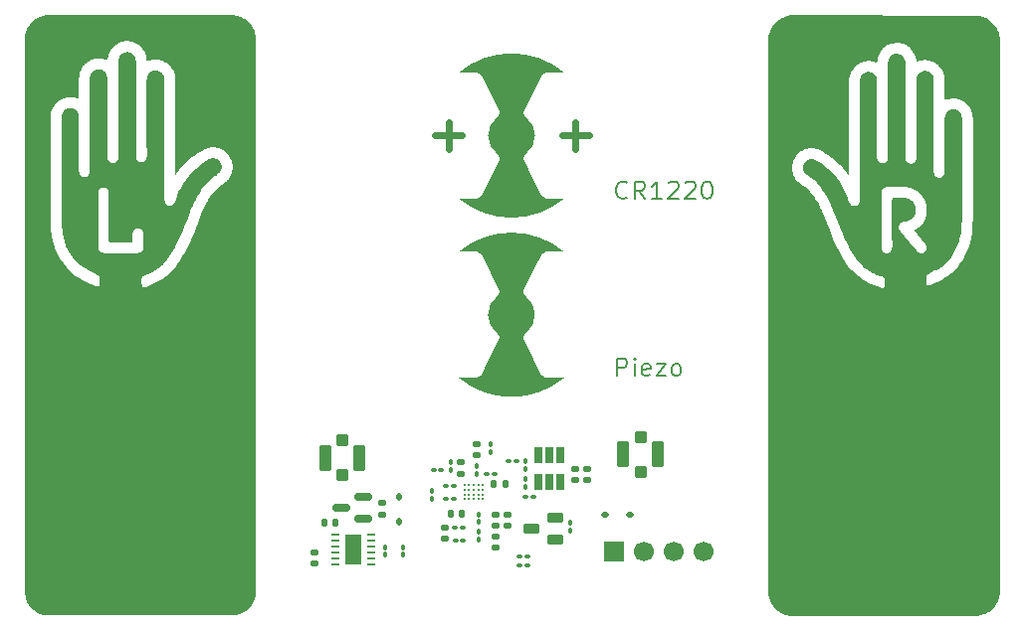
<source format=gbr>
%TF.GenerationSoftware,KiCad,Pcbnew,9.0.7*%
%TF.CreationDate,2026-02-11T21:28:43+01:00*%
%TF.ProjectId,ECG_Business_Card_v3,4543475f-4275-4736-996e-6573735f4361,rev?*%
%TF.SameCoordinates,Original*%
%TF.FileFunction,Soldermask,Top*%
%TF.FilePolarity,Negative*%
%FSLAX46Y46*%
G04 Gerber Fmt 4.6, Leading zero omitted, Abs format (unit mm)*
G04 Created by KiCad (PCBNEW 9.0.7) date 2026-02-11 21:28:43*
%MOMM*%
%LPD*%
G01*
G04 APERTURE LIST*
G04 Aperture macros list*
%AMRoundRect*
0 Rectangle with rounded corners*
0 $1 Rounding radius*
0 $2 $3 $4 $5 $6 $7 $8 $9 X,Y pos of 4 corners*
0 Add a 4 corners polygon primitive as box body*
4,1,4,$2,$3,$4,$5,$6,$7,$8,$9,$2,$3,0*
0 Add four circle primitives for the rounded corners*
1,1,$1+$1,$2,$3*
1,1,$1+$1,$4,$5*
1,1,$1+$1,$6,$7*
1,1,$1+$1,$8,$9*
0 Add four rect primitives between the rounded corners*
20,1,$1+$1,$2,$3,$4,$5,0*
20,1,$1+$1,$4,$5,$6,$7,0*
20,1,$1+$1,$6,$7,$8,$9,0*
20,1,$1+$1,$8,$9,$2,$3,0*%
%AMFreePoly0*
4,1,41,0.326814,1.361318,0.535747,1.293431,0.731488,1.193696,0.909217,1.064568,1.064558,0.909227,1.193686,0.731498,1.293421,0.535757,1.361308,0.326824,1.395674,0.109843,1.395674,-0.109843,1.361308,-0.326824,1.293421,-0.535757,1.193686,-0.731498,1.064558,-0.909227,0.909217,-1.064568,0.731488,-1.193696,0.535747,-1.293431,0.326814,-1.361318,0.109833,-1.395684,-0.109853,-1.395684,
-0.326834,-1.361318,-0.535767,-1.293431,-0.731508,-1.193696,-0.909237,-1.064568,-1.064578,-0.909227,-1.193706,-0.731498,-1.293441,-0.535757,-1.361328,-0.326824,-1.395694,-0.109843,-1.395694,0.109843,-1.361328,0.326824,-1.293441,0.535757,-1.193706,0.731498,-1.064578,0.909227,-0.909237,1.064568,-0.731508,1.193696,-0.535767,1.293431,-0.326834,1.361318,-0.109853,1.395684,0.109833,1.395684,
0.326814,1.361318,0.326814,1.361318,$1*%
%AMFreePoly1*
4,1,41,0.326825,1.361318,0.535758,1.293431,0.731499,1.193696,0.909228,1.064568,1.064569,0.909227,1.193697,0.731498,1.293432,0.535757,1.361319,0.326824,1.395685,0.109843,1.395685,-0.109843,1.361319,-0.326824,1.293432,-0.535757,1.193697,-0.731498,1.064569,-0.909227,0.909228,-1.064568,0.731499,-1.193696,0.535758,-1.293431,0.326825,-1.361318,0.109844,-1.395684,-0.109842,-1.395684,
-0.326823,-1.361318,-0.535756,-1.293431,-0.731497,-1.193696,-0.909226,-1.064568,-1.064567,-0.909227,-1.193695,-0.731498,-1.293430,-0.535757,-1.361317,-0.326824,-1.395683,-0.109843,-1.395683,0.109843,-1.361317,0.326824,-1.293430,0.535757,-1.193695,0.731498,-1.064567,0.909227,-0.909226,1.064568,-0.731497,1.193696,-0.535756,1.293431,-0.326823,1.361318,-0.109842,1.395684,0.109844,1.395684,
0.326825,1.361318,0.326825,1.361318,$1*%
G04 Aperture macros list end*
%ADD10C,0.000000*%
%ADD11C,0.200000*%
%ADD12C,0.600000*%
%ADD13RoundRect,0.140000X0.170000X-0.140000X0.170000X0.140000X-0.170000X0.140000X-0.170000X-0.140000X0*%
%ADD14RoundRect,0.150000X0.587500X0.150000X-0.587500X0.150000X-0.587500X-0.150000X0.587500X-0.150000X0*%
%ADD15RoundRect,0.100000X0.100000X-0.130000X0.100000X0.130000X-0.100000X0.130000X-0.100000X-0.130000X0*%
%ADD16RoundRect,0.100000X-0.130000X-0.100000X0.130000X-0.100000X0.130000X0.100000X-0.130000X0.100000X0*%
%ADD17RoundRect,0.101650X0.589950X0.304950X-0.589950X0.304950X-0.589950X-0.304950X0.589950X-0.304950X0*%
%ADD18FreePoly0,0.000000*%
%ADD19RoundRect,0.100000X0.130000X0.100000X-0.130000X0.100000X-0.130000X-0.100000X0.130000X-0.100000X0*%
%ADD20R,1.700000X1.700000*%
%ADD21C,1.700000*%
%ADD22RoundRect,0.112500X-0.187500X-0.112500X0.187500X-0.112500X0.187500X0.112500X-0.187500X0.112500X0*%
%ADD23RoundRect,0.100000X-0.100000X0.130000X-0.100000X-0.130000X0.100000X-0.130000X0.100000X0.130000X0*%
%ADD24RoundRect,0.140000X-0.140000X-0.170000X0.140000X-0.170000X0.140000X0.170000X-0.140000X0.170000X0*%
%ADD25FreePoly1,0.000000*%
%ADD26RoundRect,0.062500X-0.300000X-0.062500X0.300000X-0.062500X0.300000X0.062500X-0.300000X0.062500X0*%
%ADD27R,1.400000X2.550000*%
%ADD28RoundRect,0.130000X0.000010X0.000010X-0.000010X0.000010X-0.000010X-0.000010X0.000010X-0.000010X0*%
%ADD29RoundRect,0.100000X0.400000X0.400000X-0.400000X0.400000X-0.400000X-0.400000X0.400000X-0.400000X0*%
%ADD30RoundRect,0.105000X0.420000X0.995000X-0.420000X0.995000X-0.420000X-0.995000X0.420000X-0.995000X0*%
%ADD31RoundRect,0.112500X0.112500X-0.187500X0.112500X0.187500X-0.112500X0.187500X-0.112500X-0.187500X0*%
%ADD32RoundRect,0.140000X-0.170000X0.140000X-0.170000X-0.140000X0.170000X-0.140000X0.170000X0.140000X0*%
%ADD33RoundRect,0.101600X-0.254000X0.609600X-0.254000X-0.609600X0.254000X-0.609600X0.254000X0.609600X0*%
%ADD34RoundRect,0.100000X-0.400000X-0.400000X0.400000X-0.400000X0.400000X0.400000X-0.400000X0.400000X0*%
%ADD35RoundRect,0.105000X-0.420000X-0.995000X0.420000X-0.995000X0.420000X0.995000X-0.420000X0.995000X0*%
%ADD36RoundRect,0.140000X0.140000X0.170000X-0.140000X0.170000X-0.140000X-0.170000X0.140000X-0.170000X0*%
G04 APERTURE END LIST*
D10*
G36*
X180564449Y-107627052D02*
G01*
X180560184Y-107699366D01*
X180553750Y-107770633D01*
X180545153Y-107840870D01*
X180534398Y-107910092D01*
X180521492Y-107978318D01*
X180506439Y-108045563D01*
X180489246Y-108111844D01*
X180469918Y-108177178D01*
X180448460Y-108241581D01*
X180424879Y-108305071D01*
X180399179Y-108367664D01*
X180371367Y-108429376D01*
X180341449Y-108490224D01*
X180309428Y-108550225D01*
X180275312Y-108609396D01*
X180239107Y-108667753D01*
X180201447Y-108724931D01*
X180162547Y-108781078D01*
X180122352Y-108836089D01*
X180080806Y-108889859D01*
X180037853Y-108942281D01*
X179993438Y-108993252D01*
X179947506Y-109042666D01*
X179900000Y-109090417D01*
X179850866Y-109136400D01*
X179800048Y-109180511D01*
X179747491Y-109222642D01*
X179693138Y-109262691D01*
X179636934Y-109300550D01*
X179578824Y-109336115D01*
X179518753Y-109369281D01*
X179456664Y-109399942D01*
X179369894Y-109438359D01*
X179281814Y-109473961D01*
X179192712Y-109507369D01*
X179102879Y-109539206D01*
X178922176Y-109600650D01*
X178831885Y-109631501D01*
X178742019Y-109663268D01*
X162665433Y-109652574D01*
X162596588Y-109641331D01*
X162529057Y-109627972D01*
X162462801Y-109612538D01*
X162397779Y-109595070D01*
X162333952Y-109575609D01*
X162271281Y-109554193D01*
X162209726Y-109530865D01*
X162149247Y-109505664D01*
X162089806Y-109478631D01*
X162031361Y-109449806D01*
X161973875Y-109419230D01*
X161917307Y-109386944D01*
X161861618Y-109352987D01*
X161806768Y-109317400D01*
X161752718Y-109280224D01*
X161699428Y-109241498D01*
X161645179Y-109199775D01*
X161592500Y-109156692D01*
X161541437Y-109112235D01*
X161492036Y-109066386D01*
X161444343Y-109019129D01*
X161398405Y-108970449D01*
X161354266Y-108920329D01*
X161311975Y-108868752D01*
X161271576Y-108815703D01*
X161233116Y-108761165D01*
X161196640Y-108705122D01*
X161162196Y-108647557D01*
X161129828Y-108588455D01*
X161099584Y-108527799D01*
X161071509Y-108465573D01*
X161045649Y-108401761D01*
X161018365Y-108327907D01*
X160992589Y-108253476D01*
X160967986Y-108178595D01*
X160944223Y-108103393D01*
X160850895Y-107801924D01*
X160859180Y-71484815D01*
X162888718Y-71484815D01*
X162892890Y-71611706D01*
X162906351Y-71736541D01*
X162928979Y-71858863D01*
X162960650Y-71978216D01*
X163001241Y-72094146D01*
X163050629Y-72206197D01*
X163108692Y-72313913D01*
X163175305Y-72416838D01*
X163250345Y-72514518D01*
X163333690Y-72606497D01*
X163425216Y-72692318D01*
X163524801Y-72771528D01*
X163632320Y-72843669D01*
X163740954Y-72913020D01*
X163846075Y-72985406D01*
X163947754Y-73060787D01*
X164046062Y-73139123D01*
X164141070Y-73220375D01*
X164232850Y-73304504D01*
X164321472Y-73391471D01*
X164407007Y-73481236D01*
X164489527Y-73573759D01*
X164569103Y-73669002D01*
X164645806Y-73766925D01*
X164719707Y-73867488D01*
X164790877Y-73970653D01*
X164859388Y-74076380D01*
X164925310Y-74184630D01*
X164988715Y-74295363D01*
X165135959Y-74572486D01*
X165273595Y-74853781D01*
X165403251Y-75138539D01*
X165526557Y-75426052D01*
X165645141Y-75715612D01*
X165760632Y-76006512D01*
X165988852Y-76589498D01*
X166253717Y-77251422D01*
X166390900Y-77580155D01*
X166533307Y-77906460D01*
X166682481Y-78229629D01*
X166839965Y-78548955D01*
X167007302Y-78863729D01*
X167186035Y-79173245D01*
X167332439Y-79405237D01*
X167486157Y-79627692D01*
X167647272Y-79840508D01*
X167815864Y-80043583D01*
X167992014Y-80236816D01*
X168175802Y-80420104D01*
X168367310Y-80593344D01*
X168566618Y-80756437D01*
X168773807Y-80909278D01*
X168988958Y-81051767D01*
X169212152Y-81183801D01*
X169443470Y-81305279D01*
X169682992Y-81416098D01*
X169930799Y-81516156D01*
X170186972Y-81605352D01*
X170451592Y-81683584D01*
X170494703Y-81694506D01*
X170533850Y-81702758D01*
X170569211Y-81708199D01*
X170585525Y-81709823D01*
X170600959Y-81710692D01*
X170615533Y-81710788D01*
X170629271Y-81710095D01*
X170642193Y-81708595D01*
X170654321Y-81706271D01*
X170665679Y-81703105D01*
X170676286Y-81699079D01*
X170686167Y-81694177D01*
X170695341Y-81688380D01*
X170703832Y-81681672D01*
X170711662Y-81674036D01*
X170718851Y-81665452D01*
X170725423Y-81655905D01*
X170731399Y-81645376D01*
X170736800Y-81633849D01*
X170741650Y-81621306D01*
X170745970Y-81607729D01*
X170749781Y-81593102D01*
X170753107Y-81577406D01*
X170758386Y-81542739D01*
X170761984Y-81503589D01*
X170764075Y-81459818D01*
X170766348Y-81369613D01*
X170767784Y-81279380D01*
X170768498Y-81189134D01*
X170768608Y-81098893D01*
X170767550Y-81060268D01*
X170764473Y-81023872D01*
X170759317Y-80989652D01*
X170752026Y-80957559D01*
X170747561Y-80942293D01*
X170742541Y-80927540D01*
X170736957Y-80913292D01*
X170730803Y-80899544D01*
X170724072Y-80886288D01*
X170716756Y-80873519D01*
X170708848Y-80861231D01*
X170700341Y-80849415D01*
X170691227Y-80838068D01*
X170681499Y-80827180D01*
X170671151Y-80816748D01*
X170660174Y-80806763D01*
X170648561Y-80797220D01*
X170636306Y-80788112D01*
X170623400Y-80779432D01*
X170609838Y-80771175D01*
X170595610Y-80763334D01*
X170580711Y-80755902D01*
X170548868Y-80742241D01*
X170514251Y-80730141D01*
X170476801Y-80719550D01*
X170347332Y-80683973D01*
X170220778Y-80643676D01*
X170097065Y-80598771D01*
X169976120Y-80549368D01*
X169857869Y-80495579D01*
X169742239Y-80437512D01*
X169629156Y-80375280D01*
X169518547Y-80308992D01*
X169410339Y-80238760D01*
X169304457Y-80164693D01*
X169200829Y-80086903D01*
X169099381Y-80005500D01*
X169000039Y-79920594D01*
X168902731Y-79832297D01*
X168807382Y-79740718D01*
X168713919Y-79645969D01*
X168608576Y-79533216D01*
X168506882Y-79418102D01*
X168408737Y-79300703D01*
X168314040Y-79181093D01*
X168222691Y-79059346D01*
X168134590Y-78935537D01*
X168049635Y-78809741D01*
X167967727Y-78682032D01*
X167888765Y-78552485D01*
X167812648Y-78421175D01*
X167739276Y-78288175D01*
X167668549Y-78153561D01*
X167600365Y-78017407D01*
X167534625Y-77879788D01*
X167410074Y-77600453D01*
X167297235Y-77325475D01*
X170463760Y-77325475D01*
X170465194Y-77571860D01*
X170468613Y-77818245D01*
X170476671Y-78311020D01*
X170478224Y-78346362D01*
X170481918Y-78380349D01*
X170487730Y-78412976D01*
X170495635Y-78444241D01*
X170505611Y-78474139D01*
X170517633Y-78502667D01*
X170531679Y-78529823D01*
X170547726Y-78555601D01*
X170565749Y-78580000D01*
X170585725Y-78603015D01*
X170607631Y-78624644D01*
X170631444Y-78644882D01*
X170657139Y-78663726D01*
X170684695Y-78681173D01*
X170714086Y-78697219D01*
X170745290Y-78711861D01*
X170777501Y-78724655D01*
X170809475Y-78734983D01*
X170841194Y-78742864D01*
X170872643Y-78748318D01*
X170903804Y-78751366D01*
X170934662Y-78752027D01*
X170965199Y-78750322D01*
X170995399Y-78746270D01*
X171025246Y-78739893D01*
X171054722Y-78731209D01*
X171083812Y-78720239D01*
X171112499Y-78707003D01*
X171140765Y-78691521D01*
X171168596Y-78673813D01*
X171195973Y-78653900D01*
X171222880Y-78631800D01*
X171235851Y-78620116D01*
X171248183Y-78608186D01*
X171259891Y-78596016D01*
X171270990Y-78583612D01*
X171281495Y-78570980D01*
X171291419Y-78558126D01*
X171309588Y-78531779D01*
X171325613Y-78504618D01*
X171339612Y-78476694D01*
X171351702Y-78448055D01*
X171362000Y-78418750D01*
X171370625Y-78388828D01*
X171377693Y-78358339D01*
X171383322Y-78327332D01*
X171387628Y-78295855D01*
X171390730Y-78263958D01*
X171392745Y-78231691D01*
X171393789Y-78199101D01*
X171393981Y-78166238D01*
X171385176Y-77152876D01*
X171380438Y-74389051D01*
X171380701Y-74340463D01*
X171381822Y-74291850D01*
X171382805Y-74267564D01*
X171384123Y-74243307D01*
X171385817Y-74219090D01*
X171387927Y-74194925D01*
X171390132Y-74177428D01*
X171393290Y-74160898D01*
X171397423Y-74145359D01*
X171399861Y-74137968D01*
X171402552Y-74130834D01*
X171405496Y-74123960D01*
X171408698Y-74117348D01*
X171412160Y-74111001D01*
X171415885Y-74104923D01*
X171419874Y-74099116D01*
X171424132Y-74093583D01*
X171428661Y-74088328D01*
X171433463Y-74083353D01*
X171438541Y-74078660D01*
X171443897Y-74074254D01*
X171449536Y-74070137D01*
X171455458Y-74066311D01*
X171461668Y-74062781D01*
X171468167Y-74059548D01*
X171474959Y-74056616D01*
X171482046Y-74053988D01*
X171489430Y-74051666D01*
X171497115Y-74049654D01*
X171505103Y-74047955D01*
X171513397Y-74046570D01*
X171522000Y-74045505D01*
X171530914Y-74044760D01*
X171540141Y-74044340D01*
X171549686Y-74044248D01*
X171668939Y-74044148D01*
X171788304Y-74042658D01*
X172027073Y-74038982D01*
X172146326Y-74038533D01*
X172265390Y-74040167D01*
X172384189Y-74044753D01*
X172502650Y-74053159D01*
X172560970Y-74060085D01*
X172617981Y-74070213D01*
X172673615Y-74083437D01*
X172727802Y-74099648D01*
X172780475Y-74118737D01*
X172831563Y-74140595D01*
X172880999Y-74165116D01*
X172928714Y-74192190D01*
X172974639Y-74221710D01*
X173018705Y-74253567D01*
X173060843Y-74287652D01*
X173100986Y-74323858D01*
X173139063Y-74362076D01*
X173175006Y-74402198D01*
X173208747Y-74444116D01*
X173240217Y-74487721D01*
X173269347Y-74532906D01*
X173296067Y-74579561D01*
X173320311Y-74627579D01*
X173342008Y-74676852D01*
X173361090Y-74727270D01*
X173377488Y-74778726D01*
X173391134Y-74831112D01*
X173401958Y-74884320D01*
X173409893Y-74938240D01*
X173414868Y-74992765D01*
X173416817Y-75047787D01*
X173415669Y-75103196D01*
X173411355Y-75158886D01*
X173403809Y-75214748D01*
X173392959Y-75270673D01*
X173378739Y-75326553D01*
X173366832Y-75365432D01*
X173353547Y-75403486D01*
X173338907Y-75440698D01*
X173322936Y-75477050D01*
X173305655Y-75512523D01*
X173287089Y-75547099D01*
X173267260Y-75580760D01*
X173246191Y-75613489D01*
X173223905Y-75645267D01*
X173200426Y-75676076D01*
X173175775Y-75705898D01*
X173149977Y-75734716D01*
X173123053Y-75762510D01*
X173095028Y-75789264D01*
X173065924Y-75814958D01*
X173035764Y-75839575D01*
X173004572Y-75863097D01*
X172972369Y-75885506D01*
X172939180Y-75906784D01*
X172905026Y-75926912D01*
X172869932Y-75945874D01*
X172833920Y-75963649D01*
X172797013Y-75980222D01*
X172759234Y-75995573D01*
X172720606Y-76009684D01*
X172681152Y-76022538D01*
X172640896Y-76034116D01*
X172599859Y-76044401D01*
X172558066Y-76053374D01*
X172515539Y-76061017D01*
X172472301Y-76067313D01*
X172428375Y-76072243D01*
X172379775Y-76078252D01*
X172333585Y-76086732D01*
X172289823Y-76097672D01*
X172248506Y-76111061D01*
X172209653Y-76126887D01*
X172173281Y-76145142D01*
X172139410Y-76165812D01*
X172108056Y-76188889D01*
X172093329Y-76201325D01*
X172079239Y-76214360D01*
X172065786Y-76227990D01*
X172052975Y-76242215D01*
X172040807Y-76257033D01*
X172029284Y-76272443D01*
X172018408Y-76288443D01*
X172008182Y-76305033D01*
X171989689Y-76339975D01*
X171973822Y-76377258D01*
X171960600Y-76416871D01*
X171950040Y-76458802D01*
X171946935Y-76474809D01*
X171944505Y-76490601D01*
X171942734Y-76506183D01*
X171941603Y-76521560D01*
X171941190Y-76551718D01*
X171943124Y-76581113D01*
X171947262Y-76609783D01*
X171953460Y-76637765D01*
X171961576Y-76665098D01*
X171971466Y-76691819D01*
X171982989Y-76717966D01*
X171996000Y-76743578D01*
X172010356Y-76768692D01*
X172025916Y-76793347D01*
X172042535Y-76817579D01*
X172060071Y-76841427D01*
X172078380Y-76864929D01*
X172097321Y-76888124D01*
X172485871Y-77350221D01*
X172875881Y-77811103D01*
X173187356Y-78183772D01*
X173343954Y-78369341D01*
X173423100Y-78461376D01*
X173503052Y-78552698D01*
X173522088Y-78573390D01*
X173541539Y-78592914D01*
X173561378Y-78611269D01*
X173581575Y-78628454D01*
X173602104Y-78644470D01*
X173622936Y-78659316D01*
X173644044Y-78672992D01*
X173665399Y-78685497D01*
X173686975Y-78696831D01*
X173708742Y-78706993D01*
X173730674Y-78715984D01*
X173752742Y-78723802D01*
X173774918Y-78730448D01*
X173797175Y-78735921D01*
X173819485Y-78740221D01*
X173841819Y-78743346D01*
X173864151Y-78745298D01*
X173886451Y-78746076D01*
X173908693Y-78745678D01*
X173930849Y-78744106D01*
X173952889Y-78741358D01*
X173974788Y-78737434D01*
X173996516Y-78732334D01*
X174018046Y-78726057D01*
X174039351Y-78718604D01*
X174060401Y-78709973D01*
X174081170Y-78700164D01*
X174101630Y-78689177D01*
X174121752Y-78677012D01*
X174141508Y-78663667D01*
X174160872Y-78649144D01*
X174179815Y-78633441D01*
X174199542Y-78615620D01*
X174218072Y-78597535D01*
X174235405Y-78579191D01*
X174251540Y-78560594D01*
X174266474Y-78541749D01*
X174280208Y-78522661D01*
X174292739Y-78503336D01*
X174304067Y-78483780D01*
X174314190Y-78463998D01*
X174323107Y-78443995D01*
X174330817Y-78423778D01*
X174337319Y-78403351D01*
X174342611Y-78382720D01*
X174346693Y-78361891D01*
X174349562Y-78340869D01*
X174351218Y-78319659D01*
X174351660Y-78298268D01*
X174350886Y-78276700D01*
X174348895Y-78254962D01*
X174345686Y-78233058D01*
X174341257Y-78210994D01*
X174335608Y-78188776D01*
X174328738Y-78166409D01*
X174320644Y-78143899D01*
X174311326Y-78121251D01*
X174300783Y-78098470D01*
X174289013Y-78075563D01*
X174276015Y-78052534D01*
X174261788Y-78029390D01*
X174246331Y-78006135D01*
X174229643Y-77982776D01*
X174211721Y-77959317D01*
X174171704Y-77909161D01*
X174131188Y-77859397D01*
X174049091Y-77760709D01*
X173883647Y-77564324D01*
X173267263Y-76826648D01*
X173330614Y-76778156D01*
X173393393Y-76731109D01*
X173516466Y-76639325D01*
X173576375Y-76593578D01*
X173634940Y-76547256D01*
X173691971Y-76499852D01*
X173747273Y-76450862D01*
X173822579Y-76377496D01*
X173892787Y-76300612D01*
X173957905Y-76220453D01*
X174017939Y-76137262D01*
X174072898Y-76051281D01*
X174122790Y-75962754D01*
X174167621Y-75871923D01*
X174207399Y-75779032D01*
X174242132Y-75684323D01*
X174271827Y-75588040D01*
X174296492Y-75490424D01*
X174316135Y-75391721D01*
X174330762Y-75292171D01*
X174340382Y-75192019D01*
X174345001Y-75091506D01*
X174344628Y-74990877D01*
X174339270Y-74890374D01*
X174328934Y-74790239D01*
X174313629Y-74690717D01*
X174293361Y-74592050D01*
X174268138Y-74494480D01*
X174237967Y-74398251D01*
X174202857Y-74303606D01*
X174162815Y-74210787D01*
X174117848Y-74120039D01*
X174067963Y-74031602D01*
X174013169Y-73945721D01*
X173953473Y-73862639D01*
X173888882Y-73782598D01*
X173819403Y-73705842D01*
X173745046Y-73632612D01*
X173665816Y-73563153D01*
X173591468Y-73504923D01*
X173515382Y-73451534D01*
X173437591Y-73402786D01*
X173358131Y-73358475D01*
X173277035Y-73318401D01*
X173194338Y-73282361D01*
X173110075Y-73250153D01*
X173024280Y-73221576D01*
X172936987Y-73196427D01*
X172848231Y-73174505D01*
X172758046Y-73155607D01*
X172666467Y-73139532D01*
X172573529Y-73126078D01*
X172479265Y-73115043D01*
X172383710Y-73106224D01*
X172286899Y-73099421D01*
X171635238Y-73105461D01*
X171309464Y-73110051D01*
X170983834Y-73118733D01*
X170918580Y-73122647D01*
X170858559Y-73129684D01*
X170830455Y-73134416D01*
X170803592Y-73139980D01*
X170777949Y-73146392D01*
X170753502Y-73153669D01*
X170730230Y-73161829D01*
X170708111Y-73170889D01*
X170687122Y-73180864D01*
X170667241Y-73191773D01*
X170648446Y-73203631D01*
X170630715Y-73216457D01*
X170614025Y-73230266D01*
X170598354Y-73245077D01*
X170583680Y-73260905D01*
X170569980Y-73277768D01*
X170557234Y-73295683D01*
X170545417Y-73314666D01*
X170534509Y-73334734D01*
X170524486Y-73355905D01*
X170515327Y-73378195D01*
X170507010Y-73401622D01*
X170499511Y-73426202D01*
X170492810Y-73451951D01*
X170481708Y-73507029D01*
X170473528Y-73566990D01*
X170468091Y-73631970D01*
X170467425Y-73645820D01*
X170467069Y-73659690D01*
X170466955Y-73673574D01*
X170467014Y-73687469D01*
X170467591Y-73743071D01*
X170463760Y-77325475D01*
X167297235Y-77325475D01*
X166307191Y-74912843D01*
X166122169Y-74492214D01*
X166024241Y-74286007D01*
X165921922Y-74083112D01*
X165814628Y-73883959D01*
X165701774Y-73688979D01*
X165582776Y-73498602D01*
X165457048Y-73313259D01*
X165324008Y-73133378D01*
X165183069Y-72959392D01*
X165033648Y-72791729D01*
X164875160Y-72630820D01*
X164707021Y-72477096D01*
X164528645Y-72330987D01*
X164339449Y-72192923D01*
X164138848Y-72063334D01*
X164109814Y-72044800D01*
X164082129Y-72025258D01*
X164055789Y-72004753D01*
X164030793Y-71983331D01*
X164007136Y-71961038D01*
X163984815Y-71937920D01*
X163963828Y-71914023D01*
X163944170Y-71889392D01*
X163925839Y-71864074D01*
X163908831Y-71838114D01*
X163893144Y-71811559D01*
X163878773Y-71784453D01*
X163865716Y-71756844D01*
X163853969Y-71728777D01*
X163843530Y-71700298D01*
X163834394Y-71671453D01*
X163826559Y-71642287D01*
X163820021Y-71612847D01*
X163814778Y-71583178D01*
X163810825Y-71553327D01*
X163808160Y-71523339D01*
X163806780Y-71493260D01*
X163806681Y-71463136D01*
X163807859Y-71433013D01*
X163810313Y-71402936D01*
X163814038Y-71372953D01*
X163819031Y-71343108D01*
X163825289Y-71313447D01*
X163832809Y-71284017D01*
X163841587Y-71254863D01*
X163851621Y-71226031D01*
X163862906Y-71197568D01*
X163881380Y-71156547D01*
X163901446Y-71117311D01*
X163923050Y-71079881D01*
X163946138Y-71044277D01*
X163970656Y-71010519D01*
X163996549Y-70978625D01*
X164023763Y-70948617D01*
X164052244Y-70920514D01*
X164081939Y-70894336D01*
X164112793Y-70870102D01*
X164144751Y-70847834D01*
X164177760Y-70827549D01*
X164211765Y-70809270D01*
X164246713Y-70793015D01*
X164282549Y-70778804D01*
X164319219Y-70766657D01*
X164356669Y-70756594D01*
X164394845Y-70748635D01*
X164433692Y-70742800D01*
X164473157Y-70739108D01*
X164513185Y-70737580D01*
X164553722Y-70738236D01*
X164594714Y-70741094D01*
X164636108Y-70746176D01*
X164677847Y-70753501D01*
X164719880Y-70763089D01*
X164762151Y-70774959D01*
X164804606Y-70789133D01*
X164847192Y-70805629D01*
X164889853Y-70824467D01*
X164932536Y-70845668D01*
X164975187Y-70869250D01*
X165142773Y-70969791D01*
X165306477Y-71074347D01*
X165466214Y-71182998D01*
X165621899Y-71295824D01*
X165773444Y-71412904D01*
X165920765Y-71534320D01*
X166063776Y-71660149D01*
X166202390Y-71790473D01*
X166336522Y-71925371D01*
X166466086Y-72064923D01*
X166590996Y-72209209D01*
X166711166Y-72358308D01*
X166826510Y-72512301D01*
X166936943Y-72671267D01*
X167042378Y-72835286D01*
X167142730Y-73004437D01*
X167231360Y-73165534D01*
X167315062Y-73328703D01*
X167393928Y-73493920D01*
X167468046Y-73661162D01*
X167537507Y-73830405D01*
X167602401Y-74001627D01*
X167662818Y-74174803D01*
X167718848Y-74349910D01*
X167733681Y-74393786D01*
X167750605Y-74435456D01*
X167769514Y-74474849D01*
X167790305Y-74511892D01*
X167812872Y-74546514D01*
X167837111Y-74578642D01*
X167862919Y-74608205D01*
X167890189Y-74635130D01*
X167918819Y-74659345D01*
X167948703Y-74680780D01*
X167979737Y-74699360D01*
X168011817Y-74715016D01*
X168028216Y-74721724D01*
X168044837Y-74727674D01*
X168061668Y-74732857D01*
X168078695Y-74737263D01*
X168095904Y-74740884D01*
X168113284Y-74743710D01*
X168130821Y-74745734D01*
X168148501Y-74746945D01*
X168175279Y-74747491D01*
X168201587Y-74746705D01*
X168227400Y-74744607D01*
X168252696Y-74741218D01*
X168277448Y-74736559D01*
X168301633Y-74730651D01*
X168325226Y-74723515D01*
X168348203Y-74715172D01*
X168370539Y-74705644D01*
X168392211Y-74694950D01*
X168413193Y-74683112D01*
X168433462Y-74670151D01*
X168452992Y-74656088D01*
X168471761Y-74640944D01*
X168489742Y-74624740D01*
X168506912Y-74607497D01*
X168523246Y-74589236D01*
X168538721Y-74569978D01*
X168553310Y-74549743D01*
X168566992Y-74528554D01*
X168579739Y-74506431D01*
X168591530Y-74483394D01*
X168602338Y-74459465D01*
X168612140Y-74434666D01*
X168620911Y-74409016D01*
X168628627Y-74382537D01*
X168635263Y-74355249D01*
X168640796Y-74327175D01*
X168645200Y-74298334D01*
X168648451Y-74268749D01*
X168650525Y-74238439D01*
X168651398Y-74207426D01*
X168656771Y-73034676D01*
X168657334Y-71861893D01*
X168658130Y-64042270D01*
X168659034Y-64001896D01*
X168661686Y-63962356D01*
X168666052Y-63923678D01*
X168672100Y-63885888D01*
X168679794Y-63849013D01*
X168689102Y-63813081D01*
X168699990Y-63778119D01*
X168712424Y-63744154D01*
X168726370Y-63711213D01*
X168741795Y-63679324D01*
X168758666Y-63648513D01*
X168776948Y-63618808D01*
X168796608Y-63590236D01*
X168817612Y-63562824D01*
X168839927Y-63536600D01*
X168863518Y-63511590D01*
X168888353Y-63487822D01*
X168914398Y-63465322D01*
X168941619Y-63444119D01*
X168969982Y-63424239D01*
X168999454Y-63405709D01*
X169030000Y-63388557D01*
X169061588Y-63372810D01*
X169094184Y-63358494D01*
X169127754Y-63345638D01*
X169162264Y-63334268D01*
X169197681Y-63324411D01*
X169233972Y-63316096D01*
X169271101Y-63309347D01*
X169309037Y-63304194D01*
X169347744Y-63300663D01*
X169387190Y-63298782D01*
X169421613Y-63299023D01*
X169455938Y-63301511D01*
X169490100Y-63306172D01*
X169524032Y-63312931D01*
X169557670Y-63321715D01*
X169590947Y-63332449D01*
X169623797Y-63345060D01*
X169656155Y-63359473D01*
X169687954Y-63375614D01*
X169719130Y-63393410D01*
X169749616Y-63412786D01*
X169779346Y-63433668D01*
X169808255Y-63455982D01*
X169836276Y-63479654D01*
X169863345Y-63504610D01*
X169889395Y-63530776D01*
X169914360Y-63558079D01*
X169938175Y-63586442D01*
X169960774Y-63615794D01*
X169982091Y-63646060D01*
X170002060Y-63677165D01*
X170020616Y-63709036D01*
X170037692Y-63741598D01*
X170053223Y-63774779D01*
X170067143Y-63808502D01*
X170079386Y-63842695D01*
X170089887Y-63877284D01*
X170098579Y-63912194D01*
X170105398Y-63947351D01*
X170110276Y-63982681D01*
X170113148Y-64018111D01*
X170113949Y-64053565D01*
X170104415Y-67262093D01*
X170107380Y-70470707D01*
X170107666Y-70501812D01*
X170108539Y-70533013D01*
X170110065Y-70564245D01*
X170112313Y-70595447D01*
X170115353Y-70626553D01*
X170119252Y-70657503D01*
X170124079Y-70688231D01*
X170129903Y-70718675D01*
X170134823Y-70739996D01*
X170140543Y-70760877D01*
X170147042Y-70781300D01*
X170154298Y-70801250D01*
X170162290Y-70820709D01*
X170170995Y-70839662D01*
X170180393Y-70858092D01*
X170190462Y-70875982D01*
X170201179Y-70893316D01*
X170212524Y-70910077D01*
X170224474Y-70926250D01*
X170237009Y-70941817D01*
X170250106Y-70956763D01*
X170263743Y-70971070D01*
X170277900Y-70984722D01*
X170292554Y-70997703D01*
X170307684Y-71009997D01*
X170323268Y-71021586D01*
X170339285Y-71032455D01*
X170355712Y-71042586D01*
X170372529Y-71051964D01*
X170389713Y-71060572D01*
X170407243Y-71068394D01*
X170425098Y-71075413D01*
X170443255Y-71081612D01*
X170461693Y-71086975D01*
X170480390Y-71091486D01*
X170499326Y-71095129D01*
X170518477Y-71097886D01*
X170537822Y-71099741D01*
X170557341Y-71100678D01*
X170577010Y-71100681D01*
X170620655Y-71098061D01*
X170641873Y-71095589D01*
X170662673Y-71092348D01*
X170683043Y-71088344D01*
X170702969Y-71083583D01*
X170722442Y-71078070D01*
X170741448Y-71071810D01*
X170759975Y-71064809D01*
X170778012Y-71057071D01*
X170795546Y-71048603D01*
X170812566Y-71039409D01*
X170829059Y-71029496D01*
X170845014Y-71018867D01*
X170860418Y-71007529D01*
X170875260Y-70995487D01*
X170889527Y-70982746D01*
X170903207Y-70969312D01*
X170916290Y-70955190D01*
X170928761Y-70940385D01*
X170940610Y-70924903D01*
X170951825Y-70908748D01*
X170962393Y-70891927D01*
X170972303Y-70874445D01*
X170981542Y-70856306D01*
X170990098Y-70837517D01*
X170997960Y-70818082D01*
X171005116Y-70798007D01*
X171011553Y-70777298D01*
X171017260Y-70755959D01*
X171022224Y-70733996D01*
X171026433Y-70711414D01*
X171030207Y-70686842D01*
X171033362Y-70662155D01*
X171038028Y-70612484D01*
X171040843Y-70562491D01*
X171042223Y-70512268D01*
X171042581Y-70461906D01*
X171042331Y-70411498D01*
X171041663Y-70310906D01*
X171042208Y-65088255D01*
X171047625Y-62532741D01*
X171048619Y-62494891D01*
X171051182Y-62457571D01*
X171055280Y-62420820D01*
X171060880Y-62384674D01*
X171067947Y-62349170D01*
X171076448Y-62314346D01*
X171086350Y-62280239D01*
X171097618Y-62246885D01*
X171110219Y-62214321D01*
X171124120Y-62182585D01*
X171139285Y-62151714D01*
X171155682Y-62121744D01*
X171173278Y-62092714D01*
X171192037Y-62064659D01*
X171211927Y-62037617D01*
X171232913Y-62011625D01*
X171254963Y-61986719D01*
X171278042Y-61962938D01*
X171302116Y-61940318D01*
X171327152Y-61918896D01*
X171353117Y-61898710D01*
X171379975Y-61879795D01*
X171407695Y-61862190D01*
X171436241Y-61845931D01*
X171465580Y-61831056D01*
X171495679Y-61817601D01*
X171526504Y-61805603D01*
X171558020Y-61795100D01*
X171590195Y-61786129D01*
X171622995Y-61778726D01*
X171656385Y-61772929D01*
X171690332Y-61768774D01*
X171729529Y-61765728D01*
X171768024Y-61764254D01*
X171805800Y-61764342D01*
X171842837Y-61765976D01*
X171879117Y-61769146D01*
X171914621Y-61773838D01*
X171949330Y-61780038D01*
X171983226Y-61787735D01*
X172016290Y-61796915D01*
X172048504Y-61807566D01*
X172079849Y-61819674D01*
X172110305Y-61833227D01*
X172139856Y-61848212D01*
X172168481Y-61864616D01*
X172196162Y-61882427D01*
X172222881Y-61901631D01*
X172248619Y-61922215D01*
X172273357Y-61944167D01*
X172297077Y-61967475D01*
X172319760Y-61992124D01*
X172341387Y-62018102D01*
X172361939Y-62045397D01*
X172381399Y-62073995D01*
X172399747Y-62103884D01*
X172416964Y-62135051D01*
X172433033Y-62167483D01*
X172447934Y-62201166D01*
X172461648Y-62236089D01*
X172474158Y-62272239D01*
X172485444Y-62309602D01*
X172495488Y-62348166D01*
X172504271Y-62387918D01*
X172507313Y-62403943D01*
X172510001Y-62420059D01*
X172514403Y-62452526D01*
X172517652Y-62485246D01*
X172519920Y-62518146D01*
X172521384Y-62551154D01*
X172522217Y-62584197D01*
X172522687Y-62650097D01*
X172524245Y-70497963D01*
X172524541Y-70530832D01*
X172525417Y-70563756D01*
X172526898Y-70596699D01*
X172529008Y-70629623D01*
X172531769Y-70662490D01*
X172535206Y-70695264D01*
X172539343Y-70727906D01*
X172544202Y-70760380D01*
X172551497Y-70797415D01*
X172556015Y-70815285D01*
X172561106Y-70832719D01*
X172566762Y-70849711D01*
X172572977Y-70866256D01*
X172579744Y-70882349D01*
X172587057Y-70897987D01*
X172594908Y-70913165D01*
X172603292Y-70927877D01*
X172612202Y-70942120D01*
X172621631Y-70955888D01*
X172631572Y-70969177D01*
X172642019Y-70981982D01*
X172652965Y-70994299D01*
X172664404Y-71006123D01*
X172676329Y-71017450D01*
X172688734Y-71028274D01*
X172701611Y-71038591D01*
X172714954Y-71048397D01*
X172728757Y-71057687D01*
X172743012Y-71066456D01*
X172757714Y-71074699D01*
X172772856Y-71082412D01*
X172788430Y-71089591D01*
X172804431Y-71096230D01*
X172837686Y-71107872D01*
X172872566Y-71117301D01*
X172909020Y-71124480D01*
X172946314Y-71129318D01*
X172983090Y-71131659D01*
X173019226Y-71131508D01*
X173054603Y-71128869D01*
X173089100Y-71123746D01*
X173122597Y-71116143D01*
X173154975Y-71106065D01*
X173186112Y-71093515D01*
X173215889Y-71078499D01*
X173244185Y-71061021D01*
X173270881Y-71041085D01*
X173295855Y-71018694D01*
X173318988Y-70993855D01*
X173329826Y-70980517D01*
X173340159Y-70966569D01*
X173349972Y-70952011D01*
X173359249Y-70936843D01*
X173367976Y-70921067D01*
X173376137Y-70904681D01*
X173385163Y-70884839D01*
X173393722Y-70864577D01*
X173401798Y-70843935D01*
X173409375Y-70822955D01*
X173416439Y-70801680D01*
X173422974Y-70780152D01*
X173428964Y-70758411D01*
X173434395Y-70736501D01*
X173439249Y-70714462D01*
X173443513Y-70692337D01*
X173447170Y-70670167D01*
X173450205Y-70647994D01*
X173452603Y-70625860D01*
X173454348Y-70603807D01*
X173455425Y-70581877D01*
X173455818Y-70560111D01*
X173459392Y-64101256D01*
X173459411Y-64045694D01*
X173459892Y-63990109D01*
X173460511Y-63962336D01*
X173461491Y-63934589D01*
X173462915Y-63906880D01*
X173464864Y-63879220D01*
X173470412Y-63830726D01*
X173479005Y-63783566D01*
X173490523Y-63737806D01*
X173504842Y-63693509D01*
X173521840Y-63650739D01*
X173541396Y-63609561D01*
X173563386Y-63570038D01*
X173587688Y-63532234D01*
X173614181Y-63496213D01*
X173642742Y-63462040D01*
X173673249Y-63429778D01*
X173705578Y-63399492D01*
X173739609Y-63371245D01*
X173775219Y-63345102D01*
X173812286Y-63321126D01*
X173850687Y-63299381D01*
X173890299Y-63279932D01*
X173931002Y-63262842D01*
X173972672Y-63248176D01*
X174015188Y-63235998D01*
X174058426Y-63226371D01*
X174102265Y-63219360D01*
X174146582Y-63215028D01*
X174191256Y-63213440D01*
X174236164Y-63214659D01*
X174281183Y-63218750D01*
X174326191Y-63225777D01*
X174371067Y-63235804D01*
X174415687Y-63248894D01*
X174459930Y-63265112D01*
X174503673Y-63284521D01*
X174546794Y-63307187D01*
X174574000Y-63323287D01*
X174600032Y-63339974D01*
X174624912Y-63357239D01*
X174648658Y-63375073D01*
X174671293Y-63393465D01*
X174692836Y-63412406D01*
X174713307Y-63431887D01*
X174732726Y-63451898D01*
X174751115Y-63472430D01*
X174768492Y-63493473D01*
X174784879Y-63515018D01*
X174800296Y-63537056D01*
X174814763Y-63559576D01*
X174828300Y-63582570D01*
X174840927Y-63606028D01*
X174852665Y-63629941D01*
X174863535Y-63654298D01*
X174873556Y-63679091D01*
X174882749Y-63704310D01*
X174891133Y-63729946D01*
X174905560Y-63782429D01*
X174916997Y-63836466D01*
X174925609Y-63891979D01*
X174931556Y-63948893D01*
X174935001Y-64007133D01*
X174936107Y-64066623D01*
X174935956Y-71720027D01*
X174935802Y-71796448D01*
X174935995Y-71815546D01*
X174936415Y-71834630D01*
X174937129Y-71853693D01*
X174938205Y-71872730D01*
X174940459Y-71898660D01*
X174943682Y-71923974D01*
X174947860Y-71948659D01*
X174952976Y-71972699D01*
X174959015Y-71996080D01*
X174965961Y-72018788D01*
X174973799Y-72040809D01*
X174982513Y-72062126D01*
X174992088Y-72082727D01*
X175002507Y-72102597D01*
X175013756Y-72121721D01*
X175025819Y-72140084D01*
X175038680Y-72157673D01*
X175052324Y-72174472D01*
X175066735Y-72190468D01*
X175081898Y-72205645D01*
X175097796Y-72219990D01*
X175114415Y-72233487D01*
X175131738Y-72246123D01*
X175149751Y-72257882D01*
X175168438Y-72268751D01*
X175187782Y-72278714D01*
X175207769Y-72287758D01*
X175228383Y-72295867D01*
X175249608Y-72303028D01*
X175271429Y-72309225D01*
X175293830Y-72314445D01*
X175316795Y-72318673D01*
X175340310Y-72321894D01*
X175364358Y-72324094D01*
X175388924Y-72325258D01*
X175413992Y-72325372D01*
X175436547Y-72324444D01*
X175458702Y-72322420D01*
X175480437Y-72319321D01*
X175501732Y-72315169D01*
X175522567Y-72309984D01*
X175542923Y-72303788D01*
X175562779Y-72296602D01*
X175582116Y-72288447D01*
X175600914Y-72279344D01*
X175619154Y-72269315D01*
X175636814Y-72258379D01*
X175653877Y-72246559D01*
X175670321Y-72233875D01*
X175686128Y-72220349D01*
X175701276Y-72206001D01*
X175715747Y-72190853D01*
X175729521Y-72174926D01*
X175742578Y-72158241D01*
X175754897Y-72140819D01*
X175766460Y-72122681D01*
X175777246Y-72103848D01*
X175787236Y-72084342D01*
X175796410Y-72064183D01*
X175804748Y-72043393D01*
X175812230Y-72021992D01*
X175818836Y-72000002D01*
X175824547Y-71977444D01*
X175829343Y-71954338D01*
X175833204Y-71930707D01*
X175836110Y-71906571D01*
X175838042Y-71881951D01*
X175838979Y-71856868D01*
X175844843Y-71468326D01*
X175848048Y-71079757D01*
X175858475Y-67760593D01*
X175859592Y-67597601D01*
X175862665Y-67434543D01*
X175865498Y-67353090D01*
X175869495Y-67271742D01*
X175874882Y-67190539D01*
X175881884Y-67109521D01*
X175885590Y-67079115D01*
X175890719Y-67049164D01*
X175897236Y-67019695D01*
X175905107Y-66990735D01*
X175914298Y-66962311D01*
X175924774Y-66934451D01*
X175936501Y-66907181D01*
X175949446Y-66880529D01*
X175963573Y-66854523D01*
X175978849Y-66829189D01*
X175995240Y-66804554D01*
X176012711Y-66780646D01*
X176031228Y-66757492D01*
X176050757Y-66735119D01*
X176071264Y-66713554D01*
X176092714Y-66692825D01*
X176115073Y-66672959D01*
X176138308Y-66653983D01*
X176162383Y-66635923D01*
X176187266Y-66618808D01*
X176212921Y-66602665D01*
X176239314Y-66587521D01*
X176266411Y-66573402D01*
X176294178Y-66560337D01*
X176322581Y-66548352D01*
X176351585Y-66537474D01*
X176381157Y-66527731D01*
X176411262Y-66519151D01*
X176441866Y-66511759D01*
X176472934Y-66505584D01*
X176504433Y-66500652D01*
X176536329Y-66496991D01*
X176566694Y-66494805D01*
X176597047Y-66493939D01*
X176657533Y-66496074D01*
X176717425Y-66503202D01*
X176776363Y-66515129D01*
X176833985Y-66531663D01*
X176889929Y-66552608D01*
X176943834Y-66577772D01*
X176995340Y-66606960D01*
X177044084Y-66639980D01*
X177089706Y-66676637D01*
X177131844Y-66716737D01*
X177170137Y-66760088D01*
X177187728Y-66782921D01*
X177204223Y-66806494D01*
X177219575Y-66830783D01*
X177233741Y-66855764D01*
X177246674Y-66881411D01*
X177258330Y-66907702D01*
X177268663Y-66934611D01*
X177277628Y-66962115D01*
X177283892Y-66984249D01*
X177289606Y-67006617D01*
X177294789Y-67029197D01*
X177299462Y-67051965D01*
X177307361Y-67097971D01*
X177313465Y-67144446D01*
X177317938Y-67191204D01*
X177320941Y-67238056D01*
X177322640Y-67284814D01*
X177323195Y-67331291D01*
X177318847Y-76054202D01*
X177315955Y-76217971D01*
X177308690Y-76382127D01*
X177297150Y-76546402D01*
X177281432Y-76710524D01*
X177261633Y-76874224D01*
X177237850Y-77037231D01*
X177210181Y-77199275D01*
X177178722Y-77360085D01*
X177134295Y-77554952D01*
X177082858Y-77745844D01*
X177024296Y-77932624D01*
X176958494Y-78115154D01*
X176885336Y-78293296D01*
X176883026Y-78298268D01*
X176804706Y-78466911D01*
X176716490Y-78635861D01*
X176620572Y-78800010D01*
X176516836Y-78959217D01*
X176405168Y-79113347D01*
X176285452Y-79262260D01*
X176157573Y-79405818D01*
X176021415Y-79543883D01*
X175876863Y-79676318D01*
X175723801Y-79802985D01*
X175562115Y-79923744D01*
X175497897Y-79968157D01*
X175432666Y-80011155D01*
X175299545Y-80093428D01*
X175163517Y-80171608D01*
X175025344Y-80246738D01*
X174466493Y-80537652D01*
X174430157Y-80557030D01*
X174412428Y-80566710D01*
X174395170Y-80576576D01*
X174378515Y-80586770D01*
X174362597Y-80597438D01*
X174347549Y-80608722D01*
X174333504Y-80620767D01*
X174326900Y-80627119D01*
X174320596Y-80633715D01*
X174314609Y-80640573D01*
X174308956Y-80647712D01*
X174303654Y-80655148D01*
X174298719Y-80662899D01*
X174294168Y-80670985D01*
X174290018Y-80679423D01*
X174286285Y-80688230D01*
X174282985Y-80697425D01*
X174280136Y-80707025D01*
X174277755Y-80717049D01*
X174275856Y-80727515D01*
X174274459Y-80738441D01*
X174273578Y-80749843D01*
X174273231Y-80761742D01*
X174270260Y-81386208D01*
X174270364Y-81395683D01*
X174270809Y-81404783D01*
X174271590Y-81413510D01*
X174272704Y-81421869D01*
X174274146Y-81429863D01*
X174275911Y-81437494D01*
X174277995Y-81444766D01*
X174280394Y-81451683D01*
X174283104Y-81458247D01*
X174286120Y-81464462D01*
X174289437Y-81470332D01*
X174293052Y-81475858D01*
X174296960Y-81481046D01*
X174301157Y-81485897D01*
X174305638Y-81490416D01*
X174310399Y-81494605D01*
X174315435Y-81498468D01*
X174320743Y-81502008D01*
X174326318Y-81505229D01*
X174332155Y-81508133D01*
X174338251Y-81510724D01*
X174344600Y-81513005D01*
X174351199Y-81514980D01*
X174358043Y-81516652D01*
X174365128Y-81518023D01*
X174372449Y-81519098D01*
X174380002Y-81519879D01*
X174387783Y-81520370D01*
X174395787Y-81520575D01*
X174404010Y-81520495D01*
X174421096Y-81519499D01*
X174439861Y-81517449D01*
X174458624Y-81514655D01*
X174477349Y-81511175D01*
X174496000Y-81507071D01*
X174514541Y-81502401D01*
X174532935Y-81497223D01*
X174551147Y-81491599D01*
X174569141Y-81485587D01*
X174781767Y-81407861D01*
X174988400Y-81323992D01*
X175189007Y-81234095D01*
X175383554Y-81138281D01*
X175572006Y-81036664D01*
X175754330Y-80929357D01*
X175930491Y-80816472D01*
X176100456Y-80698122D01*
X176264191Y-80574420D01*
X176421662Y-80445478D01*
X176572834Y-80311409D01*
X176717675Y-80172327D01*
X176856149Y-80028343D01*
X176988223Y-79879571D01*
X177113862Y-79726123D01*
X177233034Y-79568113D01*
X177345704Y-79405652D01*
X177451837Y-79238854D01*
X177551400Y-79067831D01*
X177644360Y-78892697D01*
X177730681Y-78713563D01*
X177810330Y-78530544D01*
X177883273Y-78343751D01*
X177949477Y-78153297D01*
X178008906Y-77959295D01*
X178061527Y-77761858D01*
X178107307Y-77561098D01*
X178146211Y-77357129D01*
X178178204Y-77150063D01*
X178203254Y-76940013D01*
X178221327Y-76727091D01*
X178232387Y-76511411D01*
X178254808Y-75640736D01*
X178264899Y-74769614D01*
X178268088Y-73027038D01*
X178256265Y-67360681D01*
X178256248Y-67291230D01*
X178255248Y-67225138D01*
X178252462Y-67159539D01*
X178247817Y-67094453D01*
X178241239Y-67029899D01*
X178232653Y-66965898D01*
X178221987Y-66902469D01*
X178209167Y-66839632D01*
X178194118Y-66777409D01*
X178176767Y-66715818D01*
X178157039Y-66654879D01*
X178134862Y-66594613D01*
X178110162Y-66535039D01*
X178082863Y-66476178D01*
X178052894Y-66418050D01*
X178020179Y-66360674D01*
X177984646Y-66304070D01*
X177944800Y-66246031D01*
X177903137Y-66190284D01*
X177859704Y-66136845D01*
X177814546Y-66085730D01*
X177767712Y-66036954D01*
X177719247Y-65990533D01*
X177669199Y-65946483D01*
X177617614Y-65904818D01*
X177564539Y-65865555D01*
X177510022Y-65828709D01*
X177454108Y-65794295D01*
X177396845Y-65762330D01*
X177338279Y-65732827D01*
X177278458Y-65705804D01*
X177217427Y-65681276D01*
X177155235Y-65659258D01*
X177091927Y-65639765D01*
X177027550Y-65622814D01*
X176962152Y-65608420D01*
X176895780Y-65596598D01*
X176828479Y-65587363D01*
X176760296Y-65580732D01*
X176691280Y-65576720D01*
X176621476Y-65575343D01*
X176550930Y-65576615D01*
X176479691Y-65580553D01*
X176407805Y-65587172D01*
X176335318Y-65596487D01*
X176262278Y-65608515D01*
X176188731Y-65623270D01*
X176114724Y-65640768D01*
X176040304Y-65661026D01*
X176008545Y-65670086D01*
X175980519Y-65677596D01*
X175955989Y-65683382D01*
X175934722Y-65687267D01*
X175925240Y-65688443D01*
X175916484Y-65689077D01*
X175908428Y-65689149D01*
X175901040Y-65688636D01*
X175894292Y-65687516D01*
X175888155Y-65685768D01*
X175882599Y-65683370D01*
X175877595Y-65680299D01*
X175873114Y-65676534D01*
X175869126Y-65672053D01*
X175865601Y-65666834D01*
X175862512Y-65660855D01*
X175859828Y-65654093D01*
X175857520Y-65646528D01*
X175855558Y-65638138D01*
X175853914Y-65628899D01*
X175851461Y-65607792D01*
X175849926Y-65583030D01*
X175849074Y-65554440D01*
X175848671Y-65521845D01*
X175839293Y-63953183D01*
X175836032Y-63852297D01*
X175827516Y-63753465D01*
X175813887Y-63656805D01*
X175795290Y-63562434D01*
X175771868Y-63470470D01*
X175743765Y-63381030D01*
X175711125Y-63294232D01*
X175674092Y-63210193D01*
X175632808Y-63129031D01*
X175587418Y-63050863D01*
X175538066Y-62975808D01*
X175484894Y-62903982D01*
X175428048Y-62835503D01*
X175367670Y-62770489D01*
X175303904Y-62709057D01*
X175236894Y-62651325D01*
X175166784Y-62597411D01*
X175093717Y-62547431D01*
X175017837Y-62501504D01*
X174939288Y-62459747D01*
X174858213Y-62422277D01*
X174774756Y-62389213D01*
X174689061Y-62360671D01*
X174601271Y-62336770D01*
X174511530Y-62317626D01*
X174419983Y-62303358D01*
X174326771Y-62294083D01*
X174232040Y-62289918D01*
X174135933Y-62290981D01*
X174038593Y-62297390D01*
X173940165Y-62309262D01*
X173840792Y-62326715D01*
X173796100Y-62336508D01*
X173751652Y-62347486D01*
X173707396Y-62359383D01*
X173663280Y-62371932D01*
X173575265Y-62397923D01*
X173487194Y-62423329D01*
X173427498Y-62220252D01*
X173363891Y-62032862D01*
X173296017Y-61860781D01*
X173223519Y-61703633D01*
X173146040Y-61561044D01*
X173063224Y-61432637D01*
X173019703Y-61373634D01*
X172974714Y-61318035D01*
X172928213Y-61265794D01*
X172880155Y-61216864D01*
X172830495Y-61171197D01*
X172779189Y-61128747D01*
X172726192Y-61089466D01*
X172671460Y-61053308D01*
X172614948Y-61020226D01*
X172556611Y-60990172D01*
X172496406Y-60963100D01*
X172434287Y-60938962D01*
X172370209Y-60917712D01*
X172304129Y-60899302D01*
X172165783Y-60870818D01*
X172018892Y-60853131D01*
X171863098Y-60845868D01*
X171789642Y-60845718D01*
X171716722Y-60847373D01*
X171644383Y-60850989D01*
X171572666Y-60856723D01*
X171501615Y-60864731D01*
X171431273Y-60875169D01*
X171361683Y-60888194D01*
X171292887Y-60903961D01*
X171224929Y-60922627D01*
X171157851Y-60944349D01*
X171091697Y-60969282D01*
X171026510Y-60997583D01*
X170962331Y-61029408D01*
X170899205Y-61064914D01*
X170837175Y-61104257D01*
X170776282Y-61147592D01*
X170734596Y-61180089D01*
X170694659Y-61213484D01*
X170656426Y-61247758D01*
X170619855Y-61282888D01*
X170584902Y-61318852D01*
X170551523Y-61355629D01*
X170489316Y-61431533D01*
X170432885Y-61510428D01*
X170381884Y-61592137D01*
X170335963Y-61676488D01*
X170294777Y-61763307D01*
X170257977Y-61852418D01*
X170225214Y-61943650D01*
X170196143Y-62036826D01*
X170170415Y-62131774D01*
X170147682Y-62228319D01*
X170127596Y-62326287D01*
X170109811Y-62425505D01*
X170093977Y-62525798D01*
X170012909Y-62495995D01*
X169976166Y-62482738D01*
X169958200Y-62476526D01*
X169940299Y-62470593D01*
X169882123Y-62452669D01*
X169823860Y-62436521D01*
X169765509Y-62422199D01*
X169707066Y-62409757D01*
X169648530Y-62399247D01*
X169589898Y-62390721D01*
X169531169Y-62384232D01*
X169472339Y-62379832D01*
X169413408Y-62377574D01*
X169354372Y-62377510D01*
X169295229Y-62379692D01*
X169235979Y-62384174D01*
X169176617Y-62391006D01*
X169117142Y-62400242D01*
X169057552Y-62411935D01*
X168997844Y-62426136D01*
X168926427Y-62446358D01*
X168856458Y-62469626D01*
X168787992Y-62495862D01*
X168721089Y-62524986D01*
X168655803Y-62556920D01*
X168592192Y-62591584D01*
X168530312Y-62628899D01*
X168470221Y-62668786D01*
X168411976Y-62711166D01*
X168355632Y-62755959D01*
X168301248Y-62803088D01*
X168248880Y-62852471D01*
X168198584Y-62904031D01*
X168150417Y-62957689D01*
X168104437Y-63013364D01*
X168060700Y-63070978D01*
X168019263Y-63130453D01*
X167980183Y-63191708D01*
X167943516Y-63254664D01*
X167909320Y-63319243D01*
X167877651Y-63385366D01*
X167848566Y-63452953D01*
X167822122Y-63521924D01*
X167798376Y-63592202D01*
X167777384Y-63663707D01*
X167759204Y-63736359D01*
X167743892Y-63810080D01*
X167731505Y-63884791D01*
X167722099Y-63960412D01*
X167715733Y-64036864D01*
X167712462Y-64114068D01*
X167712343Y-64191945D01*
X167730078Y-65100848D01*
X167736589Y-65555315D01*
X167739053Y-66009777D01*
X167725633Y-71884362D01*
X167725091Y-71912748D01*
X167723739Y-71941308D01*
X167721742Y-71970218D01*
X167719265Y-71999655D01*
X167713535Y-72060812D01*
X167707870Y-72126190D01*
X167698386Y-72118020D01*
X167690196Y-72111191D01*
X167677222Y-72100607D01*
X167672202Y-72096378D01*
X167668004Y-72092540D01*
X167666175Y-72090694D01*
X167664508Y-72088857D01*
X167662987Y-72086999D01*
X167661597Y-72085091D01*
X167552320Y-71930566D01*
X167438974Y-71780459D01*
X167321661Y-71634663D01*
X167200483Y-71493068D01*
X167075542Y-71355565D01*
X166946941Y-71222045D01*
X166814782Y-71092399D01*
X166679167Y-70966518D01*
X166540197Y-70844292D01*
X166397976Y-70725614D01*
X166252606Y-70610374D01*
X166104188Y-70498462D01*
X165952824Y-70389770D01*
X165798618Y-70284188D01*
X165641671Y-70181608D01*
X165482084Y-70081920D01*
X165413978Y-70041894D01*
X165345252Y-70004707D01*
X165275883Y-69970431D01*
X165205846Y-69939137D01*
X165135115Y-69910896D01*
X165063668Y-69885780D01*
X164991477Y-69863860D01*
X164918520Y-69845208D01*
X164844771Y-69829895D01*
X164770205Y-69817993D01*
X164694798Y-69809572D01*
X164618525Y-69804705D01*
X164541361Y-69803463D01*
X164463281Y-69805917D01*
X164384261Y-69812138D01*
X164304276Y-69822198D01*
X164176262Y-69845950D01*
X164052562Y-69878245D01*
X163933460Y-69918851D01*
X163819241Y-69967532D01*
X163710191Y-70024055D01*
X163606593Y-70088185D01*
X163508732Y-70159688D01*
X163416894Y-70238330D01*
X163331364Y-70323877D01*
X163252425Y-70416094D01*
X163180363Y-70514747D01*
X163115462Y-70619601D01*
X163058008Y-70730423D01*
X163008285Y-70846979D01*
X162966578Y-70969033D01*
X162933172Y-71096352D01*
X162908736Y-71226682D01*
X162893959Y-71356321D01*
X162888718Y-71484815D01*
X160859180Y-71484815D01*
X160861718Y-60360144D01*
X160863964Y-60349486D01*
X160865855Y-60339161D01*
X160867435Y-60329154D01*
X160868750Y-60319445D01*
X160870759Y-60300858D01*
X160872240Y-60283259D01*
X160873551Y-60266512D01*
X160875048Y-60250478D01*
X160877088Y-60235017D01*
X160878424Y-60227459D01*
X160880030Y-60219992D01*
X160911966Y-60096748D01*
X160948728Y-59977021D01*
X160990393Y-59860898D01*
X161037037Y-59748462D01*
X161088739Y-59639798D01*
X161145573Y-59534990D01*
X161207617Y-59434122D01*
X161274947Y-59337280D01*
X161347640Y-59244547D01*
X161425773Y-59156008D01*
X161509423Y-59071748D01*
X161598665Y-58991851D01*
X161693577Y-58916401D01*
X161794236Y-58845483D01*
X161900717Y-58779181D01*
X162013098Y-58717580D01*
X162051014Y-58698873D01*
X162089508Y-58681293D01*
X162128522Y-58664726D01*
X162167998Y-58649059D01*
X162248105Y-58619975D01*
X162329366Y-58593138D01*
X162493495Y-58542595D01*
X162575436Y-58517084D01*
X162656677Y-58490209D01*
X178733276Y-58500912D01*
X178793525Y-58518528D01*
X178852720Y-58534533D01*
X178967966Y-58564134D01*
X179024029Y-58578943D01*
X179079058Y-58594566D01*
X179133058Y-58611610D01*
X179159674Y-58620854D01*
X179186035Y-58630681D01*
X179311174Y-58682814D01*
X179430546Y-58740213D01*
X179544142Y-58802870D01*
X179651953Y-58870779D01*
X179753972Y-58943932D01*
X179850187Y-59022322D01*
X179940592Y-59105942D01*
X180025177Y-59194785D01*
X180103934Y-59288844D01*
X180176852Y-59388111D01*
X180243925Y-59492579D01*
X180305142Y-59602242D01*
X180360495Y-59717091D01*
X180409976Y-59837121D01*
X180453575Y-59962322D01*
X180491283Y-60092690D01*
X180504253Y-60145248D01*
X180515966Y-60198134D01*
X180526703Y-60251275D01*
X180536746Y-60304598D01*
X180555868Y-60411496D01*
X180575581Y-60518240D01*
X180572625Y-73027038D01*
X180564449Y-107627052D01*
G37*
G36*
X117276917Y-107585959D02*
G01*
X117272652Y-107658273D01*
X117266219Y-107729540D01*
X117257622Y-107799776D01*
X117246867Y-107868999D01*
X117233961Y-107937225D01*
X117218909Y-108004470D01*
X117201715Y-108070751D01*
X117182387Y-108136085D01*
X117160930Y-108200489D01*
X117137348Y-108263978D01*
X117111649Y-108326571D01*
X117083837Y-108388283D01*
X117053918Y-108449131D01*
X117021898Y-108509132D01*
X116987782Y-108568303D01*
X116951576Y-108626660D01*
X116913916Y-108683838D01*
X116875016Y-108739985D01*
X116834821Y-108794996D01*
X116793275Y-108848765D01*
X116750322Y-108901188D01*
X116705907Y-108952159D01*
X116659975Y-109001573D01*
X116612470Y-109049324D01*
X116563336Y-109095307D01*
X116512518Y-109139418D01*
X116459960Y-109181550D01*
X116405607Y-109221598D01*
X116349404Y-109259457D01*
X116291294Y-109295022D01*
X116231222Y-109328188D01*
X116169134Y-109358849D01*
X116082363Y-109397266D01*
X115994282Y-109432868D01*
X115905181Y-109466276D01*
X115815348Y-109498112D01*
X115634645Y-109559556D01*
X115544353Y-109590407D01*
X115454487Y-109622174D01*
X99377901Y-109611481D01*
X99309056Y-109600237D01*
X99241525Y-109586878D01*
X99175268Y-109571444D01*
X99110246Y-109553977D01*
X99046419Y-109534515D01*
X98983748Y-109513101D01*
X98922192Y-109489773D01*
X98861713Y-109464573D01*
X98802271Y-109437540D01*
X98743827Y-109408716D01*
X98686340Y-109378141D01*
X98629772Y-109345854D01*
X98574083Y-109311897D01*
X98519233Y-109276310D01*
X98465183Y-109239133D01*
X98411893Y-109200407D01*
X98357645Y-109158682D01*
X98304967Y-109115599D01*
X98253904Y-109071141D01*
X98204504Y-109025291D01*
X98156811Y-108978035D01*
X98110873Y-108929354D01*
X98066735Y-108879234D01*
X98024444Y-108827658D01*
X97984045Y-108774609D01*
X97945585Y-108720071D01*
X97909110Y-108664028D01*
X97874665Y-108606464D01*
X97842298Y-108547362D01*
X97812053Y-108486706D01*
X97783978Y-108424480D01*
X97758118Y-108360668D01*
X97730834Y-108286814D01*
X97705058Y-108212382D01*
X97680455Y-108137502D01*
X97656692Y-108062299D01*
X97563363Y-107760830D01*
X97570756Y-75353082D01*
X99775710Y-75353082D01*
X99777322Y-75727740D01*
X99786667Y-76102249D01*
X99806620Y-76476550D01*
X99840055Y-76850586D01*
X99863825Y-77041107D01*
X99893030Y-77229603D01*
X99927729Y-77416043D01*
X99967977Y-77600397D01*
X100013835Y-77782633D01*
X100065358Y-77962719D01*
X100122606Y-78140625D01*
X100185635Y-78316318D01*
X100254504Y-78489768D01*
X100329269Y-78660943D01*
X100409990Y-78829813D01*
X100496723Y-78996344D01*
X100589527Y-79160507D01*
X100688458Y-79322270D01*
X100793575Y-79481601D01*
X100904936Y-79638470D01*
X101039122Y-79812595D01*
X101179136Y-79978409D01*
X101324825Y-80136124D01*
X101476032Y-80285950D01*
X101632605Y-80428096D01*
X101794386Y-80562773D01*
X101961223Y-80690192D01*
X102132960Y-80810563D01*
X102309443Y-80924095D01*
X102490515Y-81031000D01*
X102676024Y-81131487D01*
X102865814Y-81225768D01*
X103059729Y-81314052D01*
X103257616Y-81396549D01*
X103459320Y-81473471D01*
X103664685Y-81545027D01*
X103672799Y-81547596D01*
X103681004Y-81549942D01*
X103689292Y-81552080D01*
X103697653Y-81554021D01*
X103714562Y-81557364D01*
X103731665Y-81560076D01*
X103748892Y-81562258D01*
X103766175Y-81564013D01*
X103783447Y-81565445D01*
X103800638Y-81566656D01*
X103816759Y-81567315D01*
X103831891Y-81567060D01*
X103846022Y-81565839D01*
X103852707Y-81564851D01*
X103859136Y-81563603D01*
X103865308Y-81562089D01*
X103871221Y-81560302D01*
X103876872Y-81558235D01*
X103882260Y-81555884D01*
X103887384Y-81553240D01*
X103892242Y-81550299D01*
X103896831Y-81547053D01*
X103901151Y-81543497D01*
X103905199Y-81539624D01*
X103908973Y-81535427D01*
X103912473Y-81530901D01*
X103915695Y-81526039D01*
X103918639Y-81520835D01*
X103921303Y-81515283D01*
X103923684Y-81509376D01*
X103925782Y-81503108D01*
X103927593Y-81496472D01*
X103929117Y-81489463D01*
X103930353Y-81482073D01*
X103931297Y-81474298D01*
X103931948Y-81466130D01*
X103932305Y-81457562D01*
X103932366Y-81448590D01*
X103932128Y-81439206D01*
X103930006Y-81371746D01*
X103928910Y-81304246D01*
X103928796Y-81169162D01*
X103929772Y-81034026D01*
X103929826Y-80898909D01*
X103928631Y-80817839D01*
X103927179Y-80784756D01*
X103924702Y-80755964D01*
X103922973Y-80743018D01*
X103920861Y-80730954D01*
X103918321Y-80719708D01*
X103915313Y-80709217D01*
X103911794Y-80699418D01*
X103907720Y-80690247D01*
X103903050Y-80681640D01*
X103897740Y-80673534D01*
X103891749Y-80665866D01*
X103885033Y-80658571D01*
X103877551Y-80651586D01*
X103869258Y-80644849D01*
X103860114Y-80638294D01*
X103850075Y-80631860D01*
X103827143Y-80619095D01*
X103800121Y-80606048D01*
X103768670Y-80592209D01*
X103691113Y-80560123D01*
X103357747Y-80412610D01*
X103043802Y-80251003D01*
X102749404Y-80075244D01*
X102609575Y-79982040D01*
X102474679Y-79885275D01*
X102344732Y-79784944D01*
X102219751Y-79681038D01*
X102099750Y-79573550D01*
X101984745Y-79462474D01*
X101874752Y-79347802D01*
X101769786Y-79229526D01*
X101669864Y-79107639D01*
X101575001Y-78982134D01*
X101485212Y-78853005D01*
X101400513Y-78720242D01*
X101320919Y-78583840D01*
X101246447Y-78443791D01*
X101177113Y-78300087D01*
X101112930Y-78152722D01*
X101053916Y-78001688D01*
X101000086Y-77846978D01*
X100951456Y-77688584D01*
X100908040Y-77526500D01*
X100869856Y-77360717D01*
X100836918Y-77191230D01*
X100809242Y-77018030D01*
X100786844Y-76841110D01*
X100757943Y-76476082D01*
X100745353Y-76179895D01*
X100736210Y-75883528D01*
X100725740Y-75290406D01*
X100718395Y-74103719D01*
X100717254Y-73666476D01*
X103846965Y-73666476D01*
X103847229Y-78179566D01*
X103849108Y-78254097D01*
X103854615Y-78322394D01*
X103858784Y-78354266D01*
X103863927Y-78384653D01*
X103870065Y-78413580D01*
X103877221Y-78441072D01*
X103885417Y-78467153D01*
X103894675Y-78491847D01*
X103905017Y-78515180D01*
X103916465Y-78537176D01*
X103929042Y-78557859D01*
X103942769Y-78577255D01*
X103957668Y-78595387D01*
X103973763Y-78612281D01*
X103991074Y-78627960D01*
X104009624Y-78642451D01*
X104029436Y-78655776D01*
X104050530Y-78667962D01*
X104072930Y-78679032D01*
X104096658Y-78689011D01*
X104121735Y-78697923D01*
X104148184Y-78705794D01*
X104176028Y-78712648D01*
X104205287Y-78718509D01*
X104235984Y-78723403D01*
X104268142Y-78727353D01*
X104336927Y-78732522D01*
X104411819Y-78734213D01*
X106439470Y-78734255D01*
X106835304Y-78735392D01*
X107033188Y-78734817D01*
X107230983Y-78731182D01*
X107257974Y-78729925D01*
X107284213Y-78727748D01*
X107309693Y-78724658D01*
X107334407Y-78720661D01*
X107358348Y-78715765D01*
X107381509Y-78709975D01*
X107403885Y-78703298D01*
X107425468Y-78695741D01*
X107446252Y-78687311D01*
X107466229Y-78678013D01*
X107485394Y-78667856D01*
X107503739Y-78656845D01*
X107521258Y-78644986D01*
X107537944Y-78632287D01*
X107553790Y-78618755D01*
X107568790Y-78604395D01*
X107582937Y-78589214D01*
X107596224Y-78573220D01*
X107608644Y-78556418D01*
X107620192Y-78538816D01*
X107630860Y-78520419D01*
X107640641Y-78501235D01*
X107649529Y-78481269D01*
X107657517Y-78460530D01*
X107664598Y-78439022D01*
X107670766Y-78416754D01*
X107676014Y-78393731D01*
X107680335Y-78369961D01*
X107683723Y-78345449D01*
X107686171Y-78320202D01*
X107687672Y-78294228D01*
X107688219Y-78267532D01*
X107687814Y-77976908D01*
X107685302Y-77686274D01*
X107680943Y-77395655D01*
X107674993Y-77105079D01*
X107673934Y-77079332D01*
X107671960Y-77054170D01*
X107669086Y-77029606D01*
X107665329Y-77005655D01*
X107660702Y-76982331D01*
X107655222Y-76959647D01*
X107648904Y-76937619D01*
X107641763Y-76916259D01*
X107633815Y-76895583D01*
X107625074Y-76875604D01*
X107615556Y-76856336D01*
X107605277Y-76837794D01*
X107594252Y-76819991D01*
X107582495Y-76802942D01*
X107570023Y-76786661D01*
X107556850Y-76771161D01*
X107542993Y-76756458D01*
X107528466Y-76742565D01*
X107513284Y-76729495D01*
X107497463Y-76717264D01*
X107481019Y-76705886D01*
X107463966Y-76695374D01*
X107446320Y-76685742D01*
X107428096Y-76677005D01*
X107409309Y-76669177D01*
X107389976Y-76662271D01*
X107370110Y-76656303D01*
X107349728Y-76651286D01*
X107328845Y-76647234D01*
X107307475Y-76644161D01*
X107285636Y-76642081D01*
X107263340Y-76641009D01*
X107238384Y-76640905D01*
X107213860Y-76641841D01*
X107189786Y-76643804D01*
X107166184Y-76646780D01*
X107143072Y-76650755D01*
X107120469Y-76655714D01*
X107098396Y-76661643D01*
X107076872Y-76668529D01*
X107055917Y-76676357D01*
X107035550Y-76685113D01*
X107015790Y-76694784D01*
X106996658Y-76705354D01*
X106978173Y-76716811D01*
X106960355Y-76729139D01*
X106943222Y-76742326D01*
X106926796Y-76756356D01*
X106911094Y-76771216D01*
X106896137Y-76786891D01*
X106881945Y-76803368D01*
X106868537Y-76820632D01*
X106855932Y-76838670D01*
X106844151Y-76857467D01*
X106833212Y-76877009D01*
X106823136Y-76897282D01*
X106813941Y-76918273D01*
X106805648Y-76939966D01*
X106798276Y-76962348D01*
X106791845Y-76985405D01*
X106786374Y-77009123D01*
X106781883Y-77033487D01*
X106778391Y-77058484D01*
X106775918Y-77084100D01*
X106771546Y-77151421D01*
X106768482Y-77218870D01*
X106766573Y-77286416D01*
X106765667Y-77354025D01*
X106766256Y-77489311D01*
X106769028Y-77624474D01*
X106769379Y-77655666D01*
X106768662Y-77683857D01*
X106766735Y-77709184D01*
X106765272Y-77720815D01*
X106763453Y-77731781D01*
X106761259Y-77742099D01*
X106758674Y-77751785D01*
X106755679Y-77760856D01*
X106752256Y-77769330D01*
X106748388Y-77777223D01*
X106744056Y-77784552D01*
X106739243Y-77791335D01*
X106733930Y-77797588D01*
X106728101Y-77803327D01*
X106721737Y-77808571D01*
X106714821Y-77813335D01*
X106707334Y-77817637D01*
X106699258Y-77821494D01*
X106690577Y-77824923D01*
X106681271Y-77827940D01*
X106671324Y-77830563D01*
X106660717Y-77832808D01*
X106649432Y-77834693D01*
X106624759Y-77837448D01*
X106597161Y-77838965D01*
X106566496Y-77839377D01*
X104955700Y-77838111D01*
X104923987Y-77837825D01*
X104895538Y-77836703D01*
X104870183Y-77834563D01*
X104858614Y-77833053D01*
X104847755Y-77831220D01*
X104837585Y-77829040D01*
X104828084Y-77826491D01*
X104819229Y-77823550D01*
X104811001Y-77820193D01*
X104803378Y-77816398D01*
X104796339Y-77812142D01*
X104789863Y-77807402D01*
X104783929Y-77802154D01*
X104778515Y-77796376D01*
X104773601Y-77790046D01*
X104769165Y-77783139D01*
X104765187Y-77775633D01*
X104761645Y-77767506D01*
X104758518Y-77758733D01*
X104755786Y-77749293D01*
X104753426Y-77739162D01*
X104751419Y-77728317D01*
X104749743Y-77716736D01*
X104747298Y-77691271D01*
X104745924Y-77662585D01*
X104745452Y-77630492D01*
X104745279Y-76798606D01*
X104744610Y-73715474D01*
X104744460Y-73689510D01*
X104743986Y-73663462D01*
X104743082Y-73637386D01*
X104741641Y-73611338D01*
X104739556Y-73585372D01*
X104736719Y-73559546D01*
X104733023Y-73533913D01*
X104728362Y-73508531D01*
X104724012Y-73489214D01*
X104718995Y-73470378D01*
X104713323Y-73452030D01*
X104707007Y-73434180D01*
X104700059Y-73416834D01*
X104692491Y-73400001D01*
X104684315Y-73383689D01*
X104675541Y-73367905D01*
X104666182Y-73352657D01*
X104656249Y-73337955D01*
X104645754Y-73323804D01*
X104634708Y-73310214D01*
X104623123Y-73297193D01*
X104611010Y-73284747D01*
X104598382Y-73272887D01*
X104585250Y-73261618D01*
X104571625Y-73250949D01*
X104557519Y-73240889D01*
X104542943Y-73231445D01*
X104527910Y-73222625D01*
X104512431Y-73214437D01*
X104496517Y-73206889D01*
X104480180Y-73199988D01*
X104463431Y-73193744D01*
X104446283Y-73188164D01*
X104428747Y-73183255D01*
X104410834Y-73179026D01*
X104392556Y-73175485D01*
X104373925Y-73172640D01*
X104354952Y-73170498D01*
X104335649Y-73169068D01*
X104316028Y-73168357D01*
X104289502Y-73168452D01*
X104263597Y-73169674D01*
X104238329Y-73172009D01*
X104213711Y-73175445D01*
X104189759Y-73179969D01*
X104166486Y-73185568D01*
X104143906Y-73192230D01*
X104122035Y-73199941D01*
X104100886Y-73208689D01*
X104080474Y-73218460D01*
X104060813Y-73229243D01*
X104041919Y-73241023D01*
X104023804Y-73253789D01*
X104006483Y-73267527D01*
X103989972Y-73282225D01*
X103974283Y-73297870D01*
X103959433Y-73314449D01*
X103945434Y-73331949D01*
X103932301Y-73350357D01*
X103920050Y-73369661D01*
X103908693Y-73389847D01*
X103898246Y-73410903D01*
X103888723Y-73432816D01*
X103880138Y-73455573D01*
X103872506Y-73479161D01*
X103865841Y-73503568D01*
X103860158Y-73528780D01*
X103855470Y-73554785D01*
X103851792Y-73581570D01*
X103849139Y-73609122D01*
X103847525Y-73637428D01*
X103846965Y-73666476D01*
X100717254Y-73666476D01*
X100714990Y-72798755D01*
X100717303Y-71493760D01*
X100726076Y-68550254D01*
X100725005Y-67829338D01*
X100726583Y-67468942D01*
X100733675Y-67108712D01*
X100736432Y-67059987D01*
X100741672Y-67012567D01*
X100749325Y-66966498D01*
X100759318Y-66921827D01*
X100771581Y-66878600D01*
X100786042Y-66836863D01*
X100802630Y-66796662D01*
X100821273Y-66758044D01*
X100841901Y-66721054D01*
X100864441Y-66685739D01*
X100888822Y-66652145D01*
X100914973Y-66620318D01*
X100942823Y-66590305D01*
X100972300Y-66562150D01*
X101003333Y-66535902D01*
X101035850Y-66511606D01*
X101069781Y-66489307D01*
X101105053Y-66469053D01*
X101141595Y-66450889D01*
X101179337Y-66434862D01*
X101218206Y-66421018D01*
X101258131Y-66409402D01*
X101299042Y-66400062D01*
X101340865Y-66393043D01*
X101383531Y-66388392D01*
X101426968Y-66386155D01*
X101471104Y-66386377D01*
X101515868Y-66389105D01*
X101561189Y-66394386D01*
X101606995Y-66402265D01*
X101653215Y-66412789D01*
X101699777Y-66426004D01*
X101728585Y-66435658D01*
X101756650Y-66446400D01*
X101783960Y-66458215D01*
X101810506Y-66471084D01*
X101836275Y-66484994D01*
X101861257Y-66499926D01*
X101885440Y-66515864D01*
X101908813Y-66532793D01*
X101931366Y-66550696D01*
X101953086Y-66569556D01*
X101973963Y-66589357D01*
X101993986Y-66610083D01*
X102013143Y-66631718D01*
X102031424Y-66654244D01*
X102048816Y-66677647D01*
X102065310Y-66701908D01*
X102080893Y-66727013D01*
X102095555Y-66752945D01*
X102109284Y-66779686D01*
X102122070Y-66807222D01*
X102133901Y-66835536D01*
X102144765Y-66864610D01*
X102154653Y-66894430D01*
X102163552Y-66924978D01*
X102171452Y-66956239D01*
X102178341Y-66988195D01*
X102184208Y-67020831D01*
X102189042Y-67054130D01*
X102192832Y-67088076D01*
X102195567Y-67122652D01*
X102197235Y-67157842D01*
X102197826Y-67193631D01*
X102205899Y-71638164D01*
X102206331Y-71661790D01*
X102207406Y-71685537D01*
X102209108Y-71709373D01*
X102211422Y-71733266D01*
X102214330Y-71757187D01*
X102217817Y-71781103D01*
X102221866Y-71804985D01*
X102226462Y-71828800D01*
X102231587Y-71852518D01*
X102237225Y-71876108D01*
X102249977Y-71922779D01*
X102264588Y-71968564D01*
X102280927Y-72013216D01*
X102287799Y-72029900D01*
X102295171Y-72046012D01*
X102303035Y-72061555D01*
X102311380Y-72076529D01*
X102320197Y-72090935D01*
X102329475Y-72104774D01*
X102339205Y-72118046D01*
X102349377Y-72130752D01*
X102359980Y-72142893D01*
X102371005Y-72154469D01*
X102382443Y-72165482D01*
X102394282Y-72175933D01*
X102406513Y-72185822D01*
X102419127Y-72195149D01*
X102432113Y-72203916D01*
X102445462Y-72212124D01*
X102459162Y-72219773D01*
X102473206Y-72226863D01*
X102487582Y-72233397D01*
X102502281Y-72239374D01*
X102517293Y-72244796D01*
X102532607Y-72249662D01*
X102548215Y-72253975D01*
X102564106Y-72257734D01*
X102580270Y-72260941D01*
X102596697Y-72263596D01*
X102613377Y-72265700D01*
X102630301Y-72267254D01*
X102647459Y-72268259D01*
X102664840Y-72268715D01*
X102682435Y-72268623D01*
X102700233Y-72267984D01*
X102736435Y-72265120D01*
X102771204Y-72260270D01*
X102804502Y-72253407D01*
X102836291Y-72244503D01*
X102866533Y-72233531D01*
X102895188Y-72220463D01*
X102922219Y-72205273D01*
X102935113Y-72196873D01*
X102947586Y-72187933D01*
X102959634Y-72178447D01*
X102971252Y-72168414D01*
X102982435Y-72157830D01*
X102993178Y-72146691D01*
X103003476Y-72134994D01*
X103013325Y-72122735D01*
X103022720Y-72109911D01*
X103031655Y-72096519D01*
X103040127Y-72082555D01*
X103048130Y-72068015D01*
X103055659Y-72052897D01*
X103062710Y-72037197D01*
X103075358Y-72004036D01*
X103086035Y-71968506D01*
X103099048Y-71915138D01*
X103110201Y-71861060D01*
X103119539Y-71806428D01*
X103127106Y-71751398D01*
X103132947Y-71696125D01*
X103137105Y-71640764D01*
X103139625Y-71585471D01*
X103140552Y-71530402D01*
X103134371Y-69100322D01*
X103134446Y-64030528D01*
X103135201Y-63961215D01*
X103137384Y-63891884D01*
X103140950Y-63822607D01*
X103145854Y-63753458D01*
X103149199Y-63721466D01*
X103154031Y-63689818D01*
X103160312Y-63658554D01*
X103168004Y-63627710D01*
X103177070Y-63597324D01*
X103187470Y-63567435D01*
X103199167Y-63538080D01*
X103212122Y-63509298D01*
X103226299Y-63481126D01*
X103241658Y-63453602D01*
X103258161Y-63426764D01*
X103275771Y-63400651D01*
X103294449Y-63375299D01*
X103314157Y-63350748D01*
X103334857Y-63327034D01*
X103356512Y-63304197D01*
X103379082Y-63282273D01*
X103402531Y-63261301D01*
X103426819Y-63241319D01*
X103451909Y-63222365D01*
X103477763Y-63204476D01*
X103504342Y-63187691D01*
X103531609Y-63172048D01*
X103559525Y-63157584D01*
X103588052Y-63144337D01*
X103617153Y-63132346D01*
X103646789Y-63121648D01*
X103676922Y-63112281D01*
X103707514Y-63104284D01*
X103738527Y-63097693D01*
X103769923Y-63092548D01*
X103801663Y-63088886D01*
X103836773Y-63086395D01*
X103871551Y-63085336D01*
X103905964Y-63085690D01*
X103939977Y-63087437D01*
X104006663Y-63095031D01*
X104071331Y-63107958D01*
X104133704Y-63126058D01*
X104193505Y-63149174D01*
X104250456Y-63177146D01*
X104277776Y-63192903D01*
X104304279Y-63209814D01*
X104329931Y-63227860D01*
X104354698Y-63247020D01*
X104378544Y-63267275D01*
X104401434Y-63288605D01*
X104423334Y-63310990D01*
X104444210Y-63334409D01*
X104464027Y-63358844D01*
X104482749Y-63384274D01*
X104500343Y-63410680D01*
X104516773Y-63438041D01*
X104532006Y-63466337D01*
X104546005Y-63495549D01*
X104558737Y-63525657D01*
X104570167Y-63556641D01*
X104580261Y-63588481D01*
X104588982Y-63621157D01*
X104600063Y-63671402D01*
X104609206Y-63722278D01*
X104616556Y-63773646D01*
X104622258Y-63825366D01*
X104626455Y-63877296D01*
X104629292Y-63929298D01*
X104630912Y-63981231D01*
X104631461Y-64032954D01*
X104633892Y-70422288D01*
X104634496Y-70484723D01*
X104635397Y-70516000D01*
X104636843Y-70547253D01*
X104638944Y-70578435D01*
X104641809Y-70609499D01*
X104645547Y-70640398D01*
X104650267Y-70671086D01*
X104654289Y-70692186D01*
X104659015Y-70712781D01*
X104664435Y-70732864D01*
X104670539Y-70752427D01*
X104677316Y-70771462D01*
X104684755Y-70789961D01*
X104692845Y-70807916D01*
X104701576Y-70825320D01*
X104710937Y-70842165D01*
X104720918Y-70858443D01*
X104731507Y-70874145D01*
X104742695Y-70889266D01*
X104754469Y-70903796D01*
X104766821Y-70917727D01*
X104779739Y-70931053D01*
X104793212Y-70943764D01*
X104807230Y-70955854D01*
X104821783Y-70967315D01*
X104836859Y-70978138D01*
X104852447Y-70988317D01*
X104868538Y-70997842D01*
X104885120Y-71006707D01*
X104902183Y-71014903D01*
X104919716Y-71022423D01*
X104937709Y-71029259D01*
X104956151Y-71035403D01*
X104975030Y-71040847D01*
X104994338Y-71045583D01*
X105014062Y-71049605D01*
X105034192Y-71052903D01*
X105054718Y-71055471D01*
X105075629Y-71057299D01*
X105095143Y-71058240D01*
X105114522Y-71058365D01*
X105133747Y-71057685D01*
X105152798Y-71056211D01*
X105171657Y-71053952D01*
X105190304Y-71050919D01*
X105226886Y-71042570D01*
X105262390Y-71031244D01*
X105296662Y-71017024D01*
X105329551Y-70999990D01*
X105360901Y-70980223D01*
X105390560Y-70957804D01*
X105418374Y-70932815D01*
X105431541Y-70919382D01*
X105444189Y-70905336D01*
X105456300Y-70890689D01*
X105467853Y-70875450D01*
X105478830Y-70859629D01*
X105489211Y-70843236D01*
X105498978Y-70826281D01*
X105508111Y-70808776D01*
X105516591Y-70790729D01*
X105524399Y-70772151D01*
X105531515Y-70753052D01*
X105537920Y-70733442D01*
X105542371Y-70717964D01*
X105546377Y-70702302D01*
X105549960Y-70686476D01*
X105553143Y-70670503D01*
X105555946Y-70654403D01*
X105558391Y-70638192D01*
X105562298Y-70605515D01*
X105565037Y-70572618D01*
X105566782Y-70539649D01*
X105567709Y-70506752D01*
X105567991Y-70474076D01*
X105570109Y-62501299D01*
X105570459Y-62464981D01*
X105571483Y-62428609D01*
X105573183Y-62392220D01*
X105575566Y-62355850D01*
X105578635Y-62319533D01*
X105582395Y-62283308D01*
X105586851Y-62247208D01*
X105592006Y-62211270D01*
X105598984Y-62171961D01*
X105607684Y-62133746D01*
X105618125Y-62096643D01*
X105630323Y-62060671D01*
X105644299Y-62025849D01*
X105660069Y-61992195D01*
X105677652Y-61959727D01*
X105697067Y-61928465D01*
X105718330Y-61898427D01*
X105741461Y-61869630D01*
X105766477Y-61842094D01*
X105793397Y-61815837D01*
X105822239Y-61790878D01*
X105853021Y-61767236D01*
X105885761Y-61744927D01*
X105920478Y-61723973D01*
X105970782Y-61697464D01*
X106021354Y-61674810D01*
X106072069Y-61655938D01*
X106122808Y-61640772D01*
X106173448Y-61629241D01*
X106223868Y-61621269D01*
X106273946Y-61616783D01*
X106323560Y-61615710D01*
X106372590Y-61617976D01*
X106420913Y-61623507D01*
X106468408Y-61632229D01*
X106514954Y-61644070D01*
X106560428Y-61658954D01*
X106604709Y-61676809D01*
X106647676Y-61697561D01*
X106689207Y-61721136D01*
X106729180Y-61747460D01*
X106767474Y-61776460D01*
X106803967Y-61808063D01*
X106838538Y-61842193D01*
X106871064Y-61878778D01*
X106901425Y-61917744D01*
X106929500Y-61959018D01*
X106955165Y-62002525D01*
X106978300Y-62048192D01*
X106998783Y-62095946D01*
X107016493Y-62145712D01*
X107031307Y-62197417D01*
X107043105Y-62250987D01*
X107051765Y-62306348D01*
X107057165Y-62363428D01*
X107059183Y-62422151D01*
X107064413Y-64797129D01*
X107064416Y-70477790D01*
X107063757Y-70533393D01*
X107063682Y-70547289D01*
X107063785Y-70561174D01*
X107064137Y-70575043D01*
X107064809Y-70588891D01*
X107066664Y-70611150D01*
X107069441Y-70633025D01*
X107073122Y-70654499D01*
X107077688Y-70675553D01*
X107083121Y-70696168D01*
X107089404Y-70716328D01*
X107096517Y-70736012D01*
X107104442Y-70755204D01*
X107113161Y-70773884D01*
X107122656Y-70792035D01*
X107132909Y-70809638D01*
X107143900Y-70826675D01*
X107155612Y-70843127D01*
X107168027Y-70858977D01*
X107181126Y-70874205D01*
X107194891Y-70888795D01*
X107209303Y-70902726D01*
X107224344Y-70915982D01*
X107239997Y-70928544D01*
X107256242Y-70940393D01*
X107273062Y-70951511D01*
X107290437Y-70961880D01*
X107308350Y-70971482D01*
X107326783Y-70980298D01*
X107345717Y-70988311D01*
X107365134Y-70995501D01*
X107385015Y-71001850D01*
X107405342Y-71007341D01*
X107426098Y-71011955D01*
X107447263Y-71015673D01*
X107468819Y-71018477D01*
X107490748Y-71020350D01*
X107512557Y-71021283D01*
X107534086Y-71021313D01*
X107555319Y-71020449D01*
X107576237Y-71018703D01*
X107596822Y-71016088D01*
X107617055Y-71012615D01*
X107636918Y-71008295D01*
X107656393Y-71003140D01*
X107675462Y-70997162D01*
X107694106Y-70990372D01*
X107712307Y-70982782D01*
X107730048Y-70974402D01*
X107747309Y-70965246D01*
X107764073Y-70955325D01*
X107780321Y-70944649D01*
X107796035Y-70933231D01*
X107811196Y-70921082D01*
X107825788Y-70908214D01*
X107839790Y-70894639D01*
X107853186Y-70880367D01*
X107865957Y-70865411D01*
X107878084Y-70849783D01*
X107889549Y-70833493D01*
X107900335Y-70816553D01*
X107910423Y-70798975D01*
X107919794Y-70780771D01*
X107928431Y-70761952D01*
X107936315Y-70742529D01*
X107943428Y-70722515D01*
X107949751Y-70701920D01*
X107955267Y-70680757D01*
X107959958Y-70659038D01*
X107966581Y-70621710D01*
X107972065Y-70584075D01*
X107976478Y-70546203D01*
X107979889Y-70508163D01*
X107982364Y-70470024D01*
X107983972Y-70431857D01*
X107984779Y-70393730D01*
X107984855Y-70355714D01*
X107968588Y-69106577D01*
X107959621Y-66634560D01*
X107959387Y-64162560D01*
X107960085Y-64125487D01*
X107961918Y-64088199D01*
X107964852Y-64050750D01*
X107968853Y-64013195D01*
X107973886Y-63975591D01*
X107979916Y-63937992D01*
X107986909Y-63900453D01*
X107994831Y-63863032D01*
X108003646Y-63825781D01*
X108013320Y-63788758D01*
X108023819Y-63752017D01*
X108035109Y-63715614D01*
X108047153Y-63679605D01*
X108059919Y-63644044D01*
X108073371Y-63608986D01*
X108087476Y-63574489D01*
X108099796Y-63547025D01*
X108113207Y-63520437D01*
X108127669Y-63494736D01*
X108143142Y-63469933D01*
X108159586Y-63446037D01*
X108176962Y-63423061D01*
X108195230Y-63401013D01*
X108214351Y-63379906D01*
X108234286Y-63359749D01*
X108254994Y-63340554D01*
X108276436Y-63322331D01*
X108298573Y-63305090D01*
X108321364Y-63288842D01*
X108344771Y-63273598D01*
X108368754Y-63259369D01*
X108393273Y-63246165D01*
X108418289Y-63233996D01*
X108443762Y-63222874D01*
X108469653Y-63212809D01*
X108495921Y-63203811D01*
X108522528Y-63195892D01*
X108549434Y-63189061D01*
X108576600Y-63183330D01*
X108603985Y-63178709D01*
X108631550Y-63175209D01*
X108659256Y-63172841D01*
X108687063Y-63171614D01*
X108714931Y-63171540D01*
X108742822Y-63172630D01*
X108770694Y-63174893D01*
X108798510Y-63178342D01*
X108826229Y-63182985D01*
X108894274Y-63198110D01*
X108958806Y-63216979D01*
X109019758Y-63239528D01*
X109048870Y-63252162D01*
X109077063Y-63265692D01*
X109104326Y-63280109D01*
X109130653Y-63295405D01*
X109156036Y-63311573D01*
X109180464Y-63328604D01*
X109203931Y-63346490D01*
X109226428Y-63365222D01*
X109247947Y-63384794D01*
X109268479Y-63405196D01*
X109288015Y-63426421D01*
X109306549Y-63448461D01*
X109324071Y-63471307D01*
X109340573Y-63494951D01*
X109356046Y-63519385D01*
X109370483Y-63544602D01*
X109383875Y-63570592D01*
X109396214Y-63597348D01*
X109407491Y-63624863D01*
X109417698Y-63653126D01*
X109426827Y-63682132D01*
X109434869Y-63711870D01*
X109441816Y-63742335D01*
X109447660Y-63773516D01*
X109452393Y-63805407D01*
X109456005Y-63837998D01*
X109458543Y-63867333D01*
X109460731Y-63896716D01*
X109462573Y-63926138D01*
X109464073Y-63955586D01*
X109465235Y-63985051D01*
X109466062Y-64014521D01*
X109466557Y-64043986D01*
X109466725Y-64073434D01*
X109470157Y-74018563D01*
X109471138Y-74071501D01*
X109474078Y-74125016D01*
X109479151Y-74178722D01*
X109482542Y-74205527D01*
X109486533Y-74232234D01*
X109491146Y-74258797D01*
X109496402Y-74285166D01*
X109502323Y-74311293D01*
X109508932Y-74337131D01*
X109516250Y-74362631D01*
X109524299Y-74387745D01*
X109533102Y-74412425D01*
X109542680Y-74436621D01*
X109555863Y-74465560D01*
X109570570Y-74492888D01*
X109586714Y-74518596D01*
X109604206Y-74542676D01*
X109622959Y-74565118D01*
X109642885Y-74585914D01*
X109663896Y-74605056D01*
X109685903Y-74622533D01*
X109708818Y-74638339D01*
X109732554Y-74652463D01*
X109757022Y-74664897D01*
X109782135Y-74675632D01*
X109807804Y-74684660D01*
X109833941Y-74691971D01*
X109860459Y-74697557D01*
X109887268Y-74701410D01*
X109914282Y-74703519D01*
X109941412Y-74703877D01*
X109968570Y-74702475D01*
X109995668Y-74699304D01*
X110022618Y-74694354D01*
X110049332Y-74687618D01*
X110075721Y-74679087D01*
X110101699Y-74668751D01*
X110127176Y-74656603D01*
X110152065Y-74642632D01*
X110176278Y-74626831D01*
X110199727Y-74609191D01*
X110222323Y-74589702D01*
X110243978Y-74568357D01*
X110264606Y-74545145D01*
X110284116Y-74520059D01*
X110297808Y-74500666D01*
X110311031Y-74480819D01*
X110323793Y-74460552D01*
X110336101Y-74439897D01*
X110347960Y-74418887D01*
X110359379Y-74397555D01*
X110370364Y-74375932D01*
X110380922Y-74354053D01*
X110391060Y-74331949D01*
X110400785Y-74309654D01*
X110419022Y-74264620D01*
X110435688Y-74219212D01*
X110450839Y-74173692D01*
X110519653Y-73967929D01*
X110594496Y-73766183D01*
X110675432Y-73568507D01*
X110762526Y-73374950D01*
X110855841Y-73185564D01*
X110955443Y-73000400D01*
X111061395Y-72819508D01*
X111173761Y-72642941D01*
X111292607Y-72470749D01*
X111417995Y-72302983D01*
X111549991Y-72139694D01*
X111688659Y-71980933D01*
X111834063Y-71826751D01*
X111986266Y-71677200D01*
X112145335Y-71532330D01*
X112311332Y-71392192D01*
X112412812Y-71311612D01*
X112516120Y-71233130D01*
X112621039Y-71156583D01*
X112727353Y-71081810D01*
X112834845Y-71008647D01*
X112943299Y-70936932D01*
X113052498Y-70866503D01*
X113162227Y-70797196D01*
X113224163Y-70761352D01*
X113286572Y-70730919D01*
X113349237Y-70705837D01*
X113411942Y-70686047D01*
X113474470Y-70671488D01*
X113536602Y-70662102D01*
X113598123Y-70657827D01*
X113658814Y-70658605D01*
X113718460Y-70664376D01*
X113776842Y-70675079D01*
X113833744Y-70690655D01*
X113888948Y-70711044D01*
X113942238Y-70736187D01*
X113993397Y-70766022D01*
X114042206Y-70800492D01*
X114088450Y-70839535D01*
X114123882Y-70873859D01*
X114156697Y-70909153D01*
X114186899Y-70945342D01*
X114214492Y-70982349D01*
X114239478Y-71020100D01*
X114261861Y-71058519D01*
X114281645Y-71097530D01*
X114298834Y-71137059D01*
X114313429Y-71177029D01*
X114325436Y-71217364D01*
X114334857Y-71257991D01*
X114341696Y-71298832D01*
X114345956Y-71339812D01*
X114347640Y-71380857D01*
X114346753Y-71421890D01*
X114343298Y-71462836D01*
X114337277Y-71503619D01*
X114328695Y-71544165D01*
X114317555Y-71584396D01*
X114303861Y-71624239D01*
X114287615Y-71663617D01*
X114268821Y-71702455D01*
X114247483Y-71740678D01*
X114223604Y-71778209D01*
X114197188Y-71814974D01*
X114168238Y-71850896D01*
X114136757Y-71885901D01*
X114102749Y-71919913D01*
X114066217Y-71952856D01*
X114027166Y-71984656D01*
X113985597Y-72015235D01*
X113941515Y-72044520D01*
X113819206Y-72124721D01*
X113700815Y-72208382D01*
X113586239Y-72295430D01*
X113475374Y-72385788D01*
X113368115Y-72479383D01*
X113264360Y-72576138D01*
X113164004Y-72675981D01*
X113066944Y-72778835D01*
X112973076Y-72884626D01*
X112882296Y-72993279D01*
X112794500Y-73104720D01*
X112709585Y-73218873D01*
X112627446Y-73335665D01*
X112547980Y-73455019D01*
X112471083Y-73576862D01*
X112396651Y-73701118D01*
X112256865Y-73950972D01*
X112125887Y-74204780D01*
X112002468Y-74461981D01*
X111885357Y-74722012D01*
X111773304Y-74984311D01*
X111665057Y-75248318D01*
X111454983Y-75779204D01*
X111181145Y-76477951D01*
X111041224Y-76825966D01*
X110896675Y-77171906D01*
X110745531Y-77514892D01*
X110585823Y-77854047D01*
X110415580Y-78188493D01*
X110371659Y-78267532D01*
X110232835Y-78517352D01*
X110158088Y-78643145D01*
X110081204Y-78767110D01*
X110002028Y-78889083D01*
X109920403Y-79008899D01*
X109836173Y-79126391D01*
X109749183Y-79241394D01*
X109659276Y-79353743D01*
X109566296Y-79463272D01*
X109470086Y-79569817D01*
X109370492Y-79673211D01*
X109267356Y-79773288D01*
X109160523Y-79869885D01*
X109049836Y-79962834D01*
X108935140Y-80051971D01*
X108816277Y-80137130D01*
X108693093Y-80218145D01*
X108638931Y-80251379D01*
X108584053Y-80283482D01*
X108472418Y-80344721D01*
X108358737Y-80402711D01*
X108243555Y-80458302D01*
X107778751Y-80673627D01*
X107733835Y-80695398D01*
X107711840Y-80706584D01*
X107690385Y-80718173D01*
X107669645Y-80730319D01*
X107649790Y-80743173D01*
X107630996Y-80756889D01*
X107613436Y-80771618D01*
X107605172Y-80779411D01*
X107597282Y-80787514D01*
X107589787Y-80795946D01*
X107582709Y-80804728D01*
X107576069Y-80813877D01*
X107569889Y-80823413D01*
X107564191Y-80833355D01*
X107558996Y-80843723D01*
X107554326Y-80854534D01*
X107550202Y-80865808D01*
X107546648Y-80877564D01*
X107543683Y-80889822D01*
X107541330Y-80902600D01*
X107539610Y-80915918D01*
X107538545Y-80929794D01*
X107538157Y-80944247D01*
X107538266Y-81055272D01*
X107538887Y-81110831D01*
X107540104Y-81166374D01*
X107542081Y-81221863D01*
X107544981Y-81277264D01*
X107548968Y-81332540D01*
X107554205Y-81387655D01*
X107559996Y-81433060D01*
X107567206Y-81473878D01*
X107571390Y-81492596D01*
X107575987Y-81510202D01*
X107581015Y-81526707D01*
X107586494Y-81542124D01*
X107592442Y-81556464D01*
X107598879Y-81569739D01*
X107605823Y-81581959D01*
X107613295Y-81593138D01*
X107621313Y-81603287D01*
X107629897Y-81612417D01*
X107639065Y-81620540D01*
X107648836Y-81627667D01*
X107659231Y-81633811D01*
X107670267Y-81638982D01*
X107681964Y-81643194D01*
X107694342Y-81646456D01*
X107707419Y-81648782D01*
X107721215Y-81650182D01*
X107735749Y-81650668D01*
X107751039Y-81650252D01*
X107767106Y-81648946D01*
X107783968Y-81646761D01*
X107801644Y-81643709D01*
X107820153Y-81639801D01*
X107859750Y-81629466D01*
X107902910Y-81615849D01*
X108090202Y-81549457D01*
X108274173Y-81478062D01*
X108454711Y-81401528D01*
X108631702Y-81319723D01*
X108805034Y-81232514D01*
X108974592Y-81139766D01*
X109140265Y-81041346D01*
X109301938Y-80937122D01*
X109459499Y-80826958D01*
X109612835Y-80710723D01*
X109761831Y-80588282D01*
X109906376Y-80459502D01*
X110046356Y-80324249D01*
X110181658Y-80182391D01*
X110312168Y-80033793D01*
X110437774Y-79878321D01*
X110559522Y-79717019D01*
X110676930Y-79553291D01*
X110790164Y-79387236D01*
X110899390Y-79218950D01*
X111004774Y-79048531D01*
X111106481Y-78876077D01*
X111204677Y-78701684D01*
X111299527Y-78525450D01*
X111479854Y-78167847D01*
X111648786Y-77804048D01*
X111807649Y-77434829D01*
X111957768Y-77060971D01*
X112219361Y-76379940D01*
X112485628Y-75700856D01*
X112625313Y-75364078D01*
X112771926Y-75030226D01*
X112927386Y-74700113D01*
X113093613Y-74374553D01*
X113156563Y-74259054D01*
X113221482Y-74145324D01*
X113288573Y-74033532D01*
X113358035Y-73923849D01*
X113430073Y-73816447D01*
X113504887Y-73711495D01*
X113582680Y-73609165D01*
X113663653Y-73509626D01*
X113748008Y-73413050D01*
X113835948Y-73319608D01*
X113927673Y-73229469D01*
X114023387Y-73142805D01*
X114123290Y-73059785D01*
X114227584Y-72980582D01*
X114336472Y-72905365D01*
X114450156Y-72834304D01*
X114521480Y-72789601D01*
X114589839Y-72741974D01*
X114655196Y-72691556D01*
X114717514Y-72638481D01*
X114776757Y-72582880D01*
X114832889Y-72524888D01*
X114885873Y-72464637D01*
X114935673Y-72402260D01*
X114982251Y-72337891D01*
X115025573Y-72271661D01*
X115065600Y-72203705D01*
X115102297Y-72134155D01*
X115135628Y-72063144D01*
X115165555Y-71990805D01*
X115192042Y-71917271D01*
X115215053Y-71842675D01*
X115234551Y-71767150D01*
X115250500Y-71690830D01*
X115262864Y-71613846D01*
X115271605Y-71536333D01*
X115276688Y-71458422D01*
X115278075Y-71380248D01*
X115275731Y-71301942D01*
X115269618Y-71223639D01*
X115259702Y-71145470D01*
X115245944Y-71067570D01*
X115228308Y-70990070D01*
X115206759Y-70913104D01*
X115181259Y-70836806D01*
X115151772Y-70761307D01*
X115118261Y-70686741D01*
X115080691Y-70613241D01*
X115037509Y-70538023D01*
X114991378Y-70465809D01*
X114942421Y-70396643D01*
X114890760Y-70330568D01*
X114836517Y-70267628D01*
X114779814Y-70207868D01*
X114720773Y-70151329D01*
X114659516Y-70098056D01*
X114596167Y-70048092D01*
X114530846Y-70001482D01*
X114463675Y-69958268D01*
X114394778Y-69918494D01*
X114324276Y-69882203D01*
X114252291Y-69849440D01*
X114178945Y-69820247D01*
X114104361Y-69794669D01*
X114028661Y-69772748D01*
X113951966Y-69754529D01*
X113874399Y-69740056D01*
X113796082Y-69729370D01*
X113717138Y-69722517D01*
X113637688Y-69719540D01*
X113557854Y-69720481D01*
X113477759Y-69725386D01*
X113397524Y-69734297D01*
X113317273Y-69747258D01*
X113237126Y-69764313D01*
X113157207Y-69785505D01*
X113077637Y-69810877D01*
X112998538Y-69840474D01*
X112920033Y-69874339D01*
X112842244Y-69912515D01*
X112664307Y-70008658D01*
X112490357Y-70109479D01*
X112320399Y-70214966D01*
X112154438Y-70325107D01*
X111992479Y-70439890D01*
X111834527Y-70559304D01*
X111680588Y-70683337D01*
X111530666Y-70811977D01*
X111384767Y-70945212D01*
X111242895Y-71083031D01*
X111105056Y-71225423D01*
X110971255Y-71372374D01*
X110841497Y-71523875D01*
X110715787Y-71679912D01*
X110594130Y-71840475D01*
X110476532Y-72005552D01*
X110473105Y-72010368D01*
X110469530Y-72015122D01*
X110465795Y-72019848D01*
X110461893Y-72024580D01*
X110453545Y-72034198D01*
X110444409Y-72044248D01*
X110423462Y-72066734D01*
X110411498Y-72079714D01*
X110398438Y-72094216D01*
X110398438Y-71913004D01*
X110398317Y-63898557D01*
X110396891Y-63830574D01*
X110392664Y-63763093D01*
X110376006Y-63629909D01*
X110348748Y-63499555D01*
X110311292Y-63372582D01*
X110264044Y-63249539D01*
X110207407Y-63130978D01*
X110141786Y-63017448D01*
X110067584Y-62909500D01*
X109985206Y-62807685D01*
X109895055Y-62712552D01*
X109797537Y-62624652D01*
X109693054Y-62544535D01*
X109582012Y-62472751D01*
X109464814Y-62409852D01*
X109404033Y-62381905D01*
X109341864Y-62356386D01*
X109278359Y-62333364D01*
X109213567Y-62312906D01*
X109145972Y-62294379D01*
X109078424Y-62278421D01*
X109010929Y-62265081D01*
X108943492Y-62254407D01*
X108876117Y-62246445D01*
X108808810Y-62241244D01*
X108741576Y-62238853D01*
X108674419Y-62239318D01*
X108607345Y-62242688D01*
X108540358Y-62249011D01*
X108473465Y-62258334D01*
X108406669Y-62270706D01*
X108339976Y-62286174D01*
X108273391Y-62304787D01*
X108206918Y-62326592D01*
X108140564Y-62351637D01*
X108116830Y-62360822D01*
X108095487Y-62368220D01*
X108076393Y-62373754D01*
X108067646Y-62375797D01*
X108059408Y-62377344D01*
X108051661Y-62378385D01*
X108044389Y-62378911D01*
X108037573Y-62378911D01*
X108031196Y-62378377D01*
X108025240Y-62377297D01*
X108019687Y-62375662D01*
X108014520Y-62373463D01*
X108009721Y-62370689D01*
X108005273Y-62367330D01*
X108001157Y-62363378D01*
X107997357Y-62358821D01*
X107993854Y-62353650D01*
X107990631Y-62347855D01*
X107987670Y-62341426D01*
X107984954Y-62334354D01*
X107982465Y-62326629D01*
X107980184Y-62318240D01*
X107978096Y-62309178D01*
X107974423Y-62288995D01*
X107971304Y-62266002D01*
X107968598Y-62240119D01*
X107965682Y-62203839D01*
X107963381Y-62167396D01*
X107958912Y-62094456D01*
X107955888Y-62058177D01*
X107951768Y-62022171D01*
X107949164Y-62004304D01*
X107946124Y-61986547D01*
X107942597Y-61968912D01*
X107938529Y-61951414D01*
X107919683Y-61882635D01*
X107897892Y-61815067D01*
X107873241Y-61748775D01*
X107845817Y-61683826D01*
X107815706Y-61620284D01*
X107782994Y-61558215D01*
X107747767Y-61497686D01*
X107710110Y-61438762D01*
X107670112Y-61381508D01*
X107627856Y-61325991D01*
X107583430Y-61272277D01*
X107536919Y-61220430D01*
X107488411Y-61170517D01*
X107437990Y-61122604D01*
X107385743Y-61076755D01*
X107331756Y-61033038D01*
X107276115Y-60991517D01*
X107218906Y-60952259D01*
X107160216Y-60915329D01*
X107100131Y-60880793D01*
X107038736Y-60848717D01*
X106976118Y-60819166D01*
X106912362Y-60792206D01*
X106847556Y-60767904D01*
X106781785Y-60746324D01*
X106715135Y-60727532D01*
X106647692Y-60711594D01*
X106579543Y-60698577D01*
X106510773Y-60688545D01*
X106441469Y-60681564D01*
X106371717Y-60677701D01*
X106301603Y-60677020D01*
X106228721Y-60679523D01*
X106156605Y-60685051D01*
X106085321Y-60693549D01*
X106014938Y-60704964D01*
X105945522Y-60719240D01*
X105877141Y-60736322D01*
X105809862Y-60756157D01*
X105743754Y-60778689D01*
X105678884Y-60803865D01*
X105615318Y-60831628D01*
X105492373Y-60894701D01*
X105375457Y-60967471D01*
X105265111Y-61049502D01*
X105161876Y-61140356D01*
X105066290Y-61239596D01*
X104978893Y-61346786D01*
X104900227Y-61461488D01*
X104864336Y-61521519D01*
X104830829Y-61583265D01*
X104799775Y-61646670D01*
X104771241Y-61711680D01*
X104745294Y-61778241D01*
X104722002Y-61846297D01*
X104701432Y-61915794D01*
X104683652Y-61986678D01*
X104660203Y-62086552D01*
X104649577Y-62126671D01*
X104638969Y-62160690D01*
X104633505Y-62175516D01*
X104627845Y-62188942D01*
X104621922Y-62201010D01*
X104615670Y-62211761D01*
X104609021Y-62221238D01*
X104601908Y-62229482D01*
X104594265Y-62236535D01*
X104586025Y-62242438D01*
X104577120Y-62247233D01*
X104567485Y-62250963D01*
X104557051Y-62253668D01*
X104545753Y-62255390D01*
X104533523Y-62256172D01*
X104520295Y-62256055D01*
X104506001Y-62255081D01*
X104490575Y-62253290D01*
X104456058Y-62247430D01*
X104416209Y-62238808D01*
X104318374Y-62214616D01*
X104234017Y-62195184D01*
X104150063Y-62179743D01*
X104066610Y-62168240D01*
X103983755Y-62160624D01*
X103901595Y-62156844D01*
X103820226Y-62156848D01*
X103739746Y-62160586D01*
X103660252Y-62168006D01*
X103581840Y-62179056D01*
X103504608Y-62193687D01*
X103428651Y-62211845D01*
X103354069Y-62233481D01*
X103280956Y-62258543D01*
X103209411Y-62286979D01*
X103139529Y-62318738D01*
X103071409Y-62353770D01*
X103005147Y-62392022D01*
X102940839Y-62433444D01*
X102878584Y-62477984D01*
X102818477Y-62525591D01*
X102760616Y-62576214D01*
X102705098Y-62629801D01*
X102652019Y-62686301D01*
X102601477Y-62745664D01*
X102553568Y-62807837D01*
X102508389Y-62872770D01*
X102466038Y-62940411D01*
X102426611Y-63010709D01*
X102390205Y-63083613D01*
X102356918Y-63159071D01*
X102326845Y-63237032D01*
X102300084Y-63317446D01*
X102279290Y-63389813D01*
X102261154Y-63462487D01*
X102245506Y-63535446D01*
X102232179Y-63608669D01*
X102221003Y-63682134D01*
X102211808Y-63755820D01*
X102204425Y-63829706D01*
X102198686Y-63903770D01*
X102191462Y-64052346D01*
X102188781Y-64201378D01*
X102189290Y-64350695D01*
X102191636Y-64500125D01*
X102198130Y-64985809D01*
X102202546Y-65471529D01*
X102202513Y-65480964D01*
X102202215Y-65489923D01*
X102201650Y-65498413D01*
X102200817Y-65506438D01*
X102199714Y-65514004D01*
X102198339Y-65521116D01*
X102196691Y-65527780D01*
X102194768Y-65534001D01*
X102192568Y-65539784D01*
X102190091Y-65545135D01*
X102187333Y-65550060D01*
X102184295Y-65554564D01*
X102180974Y-65558652D01*
X102177368Y-65562329D01*
X102173477Y-65565602D01*
X102169298Y-65568475D01*
X102164829Y-65570954D01*
X102160070Y-65573044D01*
X102155019Y-65574752D01*
X102149673Y-65576081D01*
X102144032Y-65577038D01*
X102138094Y-65577629D01*
X102131857Y-65577857D01*
X102125319Y-65577730D01*
X102118480Y-65577252D01*
X102111337Y-65576429D01*
X102103889Y-65575266D01*
X102096134Y-65573769D01*
X102079698Y-65569793D01*
X102062016Y-65564544D01*
X102012680Y-65549065D01*
X101963040Y-65534230D01*
X101913125Y-65520154D01*
X101862960Y-65506947D01*
X101812572Y-65494724D01*
X101761988Y-65483597D01*
X101711234Y-65473678D01*
X101660337Y-65465081D01*
X101569285Y-65453837D01*
X101478627Y-65448261D01*
X101388535Y-65448195D01*
X101299182Y-65453484D01*
X101210739Y-65463968D01*
X101123380Y-65479492D01*
X101037277Y-65499898D01*
X100952603Y-65525028D01*
X100869529Y-65554725D01*
X100788229Y-65588832D01*
X100708875Y-65627192D01*
X100631639Y-65669647D01*
X100556694Y-65716039D01*
X100484213Y-65766213D01*
X100414367Y-65820010D01*
X100347330Y-65877272D01*
X100283274Y-65937844D01*
X100222371Y-66001567D01*
X100164794Y-66068284D01*
X100110716Y-66137838D01*
X100060308Y-66210071D01*
X100013744Y-66284827D01*
X99971196Y-66361947D01*
X99932835Y-66441276D01*
X99898836Y-66522654D01*
X99869370Y-66605925D01*
X99844610Y-66690932D01*
X99824728Y-66777518D01*
X99809897Y-66865524D01*
X99800290Y-66954794D01*
X99796078Y-67045171D01*
X99797434Y-67136497D01*
X99805470Y-67358331D01*
X99809757Y-67580360D01*
X99810994Y-67802459D01*
X99809878Y-68024505D01*
X99794864Y-68995817D01*
X99787191Y-69481462D01*
X99783261Y-69967117D01*
X99782141Y-71910637D01*
X99789095Y-73854135D01*
X99775710Y-75353082D01*
X97570756Y-75353082D01*
X97574186Y-60319050D01*
X97576432Y-60308392D01*
X97578323Y-60298067D01*
X97579903Y-60288060D01*
X97581217Y-60278351D01*
X97583226Y-60259764D01*
X97584708Y-60242165D01*
X97586018Y-60225418D01*
X97587515Y-60209384D01*
X97589556Y-60193923D01*
X97590892Y-60186365D01*
X97592498Y-60178898D01*
X97624434Y-60055654D01*
X97661195Y-59935928D01*
X97702860Y-59819804D01*
X97749505Y-59707368D01*
X97801206Y-59598704D01*
X97858040Y-59493896D01*
X97920084Y-59393029D01*
X97987414Y-59296187D01*
X98060107Y-59203454D01*
X98138240Y-59114916D01*
X98221889Y-59030655D01*
X98311131Y-58950758D01*
X98406043Y-58875308D01*
X98506700Y-58804390D01*
X98613181Y-58738087D01*
X98725561Y-58676486D01*
X98763477Y-58657779D01*
X98801971Y-58640198D01*
X98840985Y-58623630D01*
X98880461Y-58607963D01*
X98960569Y-58578879D01*
X99041830Y-58552042D01*
X99205961Y-58501501D01*
X99287903Y-58475990D01*
X99369145Y-58449115D01*
X115445744Y-58459818D01*
X115505994Y-58477434D01*
X115565190Y-58493439D01*
X115680439Y-58523039D01*
X115736502Y-58537848D01*
X115791532Y-58553471D01*
X115845533Y-58570514D01*
X115872149Y-58579758D01*
X115898510Y-58589584D01*
X116023648Y-58641718D01*
X116143019Y-58699118D01*
X116256614Y-58761776D01*
X116364425Y-58829685D01*
X116466443Y-58902838D01*
X116562659Y-58981229D01*
X116653063Y-59064849D01*
X116737648Y-59153692D01*
X116816404Y-59247751D01*
X116889322Y-59347018D01*
X116956395Y-59451486D01*
X117017612Y-59561148D01*
X117072964Y-59675998D01*
X117122444Y-59796027D01*
X117166043Y-59921228D01*
X117203751Y-60051596D01*
X117216721Y-60104154D01*
X117228434Y-60157040D01*
X117239172Y-60210181D01*
X117249214Y-60263504D01*
X117268337Y-60370402D01*
X117288050Y-60477146D01*
X117285473Y-71380248D01*
X117276917Y-107585959D01*
G37*
D11*
X147988720Y-89206028D02*
X147988720Y-87706028D01*
X147988720Y-87706028D02*
X148560149Y-87706028D01*
X148560149Y-87706028D02*
X148703006Y-87777457D01*
X148703006Y-87777457D02*
X148774435Y-87848885D01*
X148774435Y-87848885D02*
X148845863Y-87991742D01*
X148845863Y-87991742D02*
X148845863Y-88206028D01*
X148845863Y-88206028D02*
X148774435Y-88348885D01*
X148774435Y-88348885D02*
X148703006Y-88420314D01*
X148703006Y-88420314D02*
X148560149Y-88491742D01*
X148560149Y-88491742D02*
X147988720Y-88491742D01*
X149488720Y-89206028D02*
X149488720Y-88206028D01*
X149488720Y-87706028D02*
X149417292Y-87777457D01*
X149417292Y-87777457D02*
X149488720Y-87848885D01*
X149488720Y-87848885D02*
X149560149Y-87777457D01*
X149560149Y-87777457D02*
X149488720Y-87706028D01*
X149488720Y-87706028D02*
X149488720Y-87848885D01*
X150774435Y-89134600D02*
X150631578Y-89206028D01*
X150631578Y-89206028D02*
X150345864Y-89206028D01*
X150345864Y-89206028D02*
X150203006Y-89134600D01*
X150203006Y-89134600D02*
X150131578Y-88991742D01*
X150131578Y-88991742D02*
X150131578Y-88420314D01*
X150131578Y-88420314D02*
X150203006Y-88277457D01*
X150203006Y-88277457D02*
X150345864Y-88206028D01*
X150345864Y-88206028D02*
X150631578Y-88206028D01*
X150631578Y-88206028D02*
X150774435Y-88277457D01*
X150774435Y-88277457D02*
X150845864Y-88420314D01*
X150845864Y-88420314D02*
X150845864Y-88563171D01*
X150845864Y-88563171D02*
X150131578Y-88706028D01*
X151345863Y-88206028D02*
X152131578Y-88206028D01*
X152131578Y-88206028D02*
X151345863Y-89206028D01*
X151345863Y-89206028D02*
X152131578Y-89206028D01*
X152917292Y-89206028D02*
X152774435Y-89134600D01*
X152774435Y-89134600D02*
X152703006Y-89063171D01*
X152703006Y-89063171D02*
X152631578Y-88920314D01*
X152631578Y-88920314D02*
X152631578Y-88491742D01*
X152631578Y-88491742D02*
X152703006Y-88348885D01*
X152703006Y-88348885D02*
X152774435Y-88277457D01*
X152774435Y-88277457D02*
X152917292Y-88206028D01*
X152917292Y-88206028D02*
X153131578Y-88206028D01*
X153131578Y-88206028D02*
X153274435Y-88277457D01*
X153274435Y-88277457D02*
X153345864Y-88348885D01*
X153345864Y-88348885D02*
X153417292Y-88491742D01*
X153417292Y-88491742D02*
X153417292Y-88920314D01*
X153417292Y-88920314D02*
X153345864Y-89063171D01*
X153345864Y-89063171D02*
X153274435Y-89134600D01*
X153274435Y-89134600D02*
X153131578Y-89206028D01*
X153131578Y-89206028D02*
X152917292Y-89206028D01*
D12*
X132519021Y-68728800D02*
X134804736Y-68728800D01*
X133661878Y-69871657D02*
X133661878Y-67585942D01*
X143319021Y-68728800D02*
X145604736Y-68728800D01*
X144461878Y-69871657D02*
X144461878Y-67585942D01*
D11*
X148855863Y-73993171D02*
X148784435Y-74064600D01*
X148784435Y-74064600D02*
X148570149Y-74136028D01*
X148570149Y-74136028D02*
X148427292Y-74136028D01*
X148427292Y-74136028D02*
X148213006Y-74064600D01*
X148213006Y-74064600D02*
X148070149Y-73921742D01*
X148070149Y-73921742D02*
X147998720Y-73778885D01*
X147998720Y-73778885D02*
X147927292Y-73493171D01*
X147927292Y-73493171D02*
X147927292Y-73278885D01*
X147927292Y-73278885D02*
X147998720Y-72993171D01*
X147998720Y-72993171D02*
X148070149Y-72850314D01*
X148070149Y-72850314D02*
X148213006Y-72707457D01*
X148213006Y-72707457D02*
X148427292Y-72636028D01*
X148427292Y-72636028D02*
X148570149Y-72636028D01*
X148570149Y-72636028D02*
X148784435Y-72707457D01*
X148784435Y-72707457D02*
X148855863Y-72778885D01*
X150355863Y-74136028D02*
X149855863Y-73421742D01*
X149498720Y-74136028D02*
X149498720Y-72636028D01*
X149498720Y-72636028D02*
X150070149Y-72636028D01*
X150070149Y-72636028D02*
X150213006Y-72707457D01*
X150213006Y-72707457D02*
X150284435Y-72778885D01*
X150284435Y-72778885D02*
X150355863Y-72921742D01*
X150355863Y-72921742D02*
X150355863Y-73136028D01*
X150355863Y-73136028D02*
X150284435Y-73278885D01*
X150284435Y-73278885D02*
X150213006Y-73350314D01*
X150213006Y-73350314D02*
X150070149Y-73421742D01*
X150070149Y-73421742D02*
X149498720Y-73421742D01*
X151784435Y-74136028D02*
X150927292Y-74136028D01*
X151355863Y-74136028D02*
X151355863Y-72636028D01*
X151355863Y-72636028D02*
X151213006Y-72850314D01*
X151213006Y-72850314D02*
X151070149Y-72993171D01*
X151070149Y-72993171D02*
X150927292Y-73064600D01*
X152355863Y-72778885D02*
X152427291Y-72707457D01*
X152427291Y-72707457D02*
X152570149Y-72636028D01*
X152570149Y-72636028D02*
X152927291Y-72636028D01*
X152927291Y-72636028D02*
X153070149Y-72707457D01*
X153070149Y-72707457D02*
X153141577Y-72778885D01*
X153141577Y-72778885D02*
X153213006Y-72921742D01*
X153213006Y-72921742D02*
X153213006Y-73064600D01*
X153213006Y-73064600D02*
X153141577Y-73278885D01*
X153141577Y-73278885D02*
X152284434Y-74136028D01*
X152284434Y-74136028D02*
X153213006Y-74136028D01*
X153784434Y-72778885D02*
X153855862Y-72707457D01*
X153855862Y-72707457D02*
X153998720Y-72636028D01*
X153998720Y-72636028D02*
X154355862Y-72636028D01*
X154355862Y-72636028D02*
X154498720Y-72707457D01*
X154498720Y-72707457D02*
X154570148Y-72778885D01*
X154570148Y-72778885D02*
X154641577Y-72921742D01*
X154641577Y-72921742D02*
X154641577Y-73064600D01*
X154641577Y-73064600D02*
X154570148Y-73278885D01*
X154570148Y-73278885D02*
X153713005Y-74136028D01*
X153713005Y-74136028D02*
X154641577Y-74136028D01*
X155570148Y-72636028D02*
X155713005Y-72636028D01*
X155713005Y-72636028D02*
X155855862Y-72707457D01*
X155855862Y-72707457D02*
X155927291Y-72778885D01*
X155927291Y-72778885D02*
X155998719Y-72921742D01*
X155998719Y-72921742D02*
X156070148Y-73207457D01*
X156070148Y-73207457D02*
X156070148Y-73564600D01*
X156070148Y-73564600D02*
X155998719Y-73850314D01*
X155998719Y-73850314D02*
X155927291Y-73993171D01*
X155927291Y-73993171D02*
X155855862Y-74064600D01*
X155855862Y-74064600D02*
X155713005Y-74136028D01*
X155713005Y-74136028D02*
X155570148Y-74136028D01*
X155570148Y-74136028D02*
X155427291Y-74064600D01*
X155427291Y-74064600D02*
X155355862Y-73993171D01*
X155355862Y-73993171D02*
X155284433Y-73850314D01*
X155284433Y-73850314D02*
X155213005Y-73564600D01*
X155213005Y-73564600D02*
X155213005Y-73207457D01*
X155213005Y-73207457D02*
X155284433Y-72921742D01*
X155284433Y-72921742D02*
X155355862Y-72778885D01*
X155355862Y-72778885D02*
X155427291Y-72707457D01*
X155427291Y-72707457D02*
X155570148Y-72636028D01*
D10*
%TO.C,LS1*%
G36*
X134505562Y-78633437D02*
G01*
X134505562Y-78633437D01*
G75*
G02*
X143494440Y-78633437I4494439J-5366557D01*
G01*
X141930495Y-78633437D01*
G75*
G03*
X141572752Y-78854496I-95J-399863D01*
G01*
X140058301Y-81883399D01*
G75*
G03*
X140180060Y-82385237I357799J-178901D01*
G01*
X140180060Y-82385237D01*
G75*
G02*
X140180060Y-85614763I-1180060J-1614763D01*
G01*
X140180060Y-85614763D01*
G75*
G03*
X140058294Y-86116588I236040J-322937D01*
G01*
X141572724Y-89145449D01*
G75*
G03*
X141930500Y-89366563I357776J178849D01*
G01*
X143494438Y-89366563D01*
G75*
G02*
X134505560Y-89366563I-4494439J5366557D01*
G01*
X136069502Y-89366563D01*
G75*
G03*
X136427278Y-89145446I-2J399963D01*
G01*
X137941700Y-86116599D01*
G75*
G03*
X137819940Y-85614763I-357800J178899D01*
G01*
X137819940Y-85614763D01*
G75*
G02*
X137819940Y-82385237I1180060J1614763D01*
G01*
X137819940Y-82385237D01*
G75*
G03*
X137941700Y-81883401I-236040J322937D01*
G01*
X136427277Y-78854554D01*
G75*
G03*
X136069503Y-78633437I-357777J-178846D01*
G01*
X134505562Y-78633437D01*
G37*
%TO.C,BT1*%
G36*
X134515562Y-63363437D02*
G01*
X134515562Y-63363437D01*
G75*
G02*
X143504440Y-63363437I4494439J-5366557D01*
G01*
X141940495Y-63363437D01*
G75*
G03*
X141582752Y-63584496I-95J-399863D01*
G01*
X140068301Y-66613399D01*
G75*
G03*
X140190060Y-67115237I357799J-178901D01*
G01*
X140190060Y-67115237D01*
G75*
G02*
X140190060Y-70344763I-1180060J-1614763D01*
G01*
X140190060Y-70344763D01*
G75*
G03*
X140068294Y-70846588I236040J-322937D01*
G01*
X141582724Y-73875449D01*
G75*
G03*
X141940500Y-74096563I357776J178849D01*
G01*
X143504438Y-74096563D01*
G75*
G02*
X134515560Y-74096563I-4494439J5366557D01*
G01*
X136079502Y-74096563D01*
G75*
G03*
X136437278Y-73875446I-2J399963D01*
G01*
X137951700Y-70846599D01*
G75*
G03*
X137829940Y-70344763I-357800J178899D01*
G01*
X137829940Y-70344763D01*
G75*
G02*
X137829940Y-67115237I1180060J1614763D01*
G01*
X137829940Y-67115237D01*
G75*
G03*
X137951700Y-66613401I-236040J322937D01*
G01*
X136437277Y-63584554D01*
G75*
G03*
X136079503Y-63363437I-357777J-178846D01*
G01*
X134515562Y-63363437D01*
G37*
%TD*%
D13*
%TO.C,C13*%
X127970000Y-101020000D03*
X127970000Y-100060000D03*
%TD*%
D14*
%TO.C,U3*%
X126410000Y-101380000D03*
X126410000Y-99480000D03*
X124535000Y-100430000D03*
%TD*%
D15*
%TO.C,R6*%
X132230000Y-99685000D03*
X132230000Y-99045000D03*
%TD*%
D16*
%TO.C,R14*%
X140210000Y-99532500D03*
X140850000Y-99532500D03*
%TD*%
D17*
%TO.C,Q1*%
X142732500Y-103145000D03*
X142732500Y-101315000D03*
X140682500Y-102230000D03*
%TD*%
D18*
%TO.C,LS1*%
X139000010Y-84000000D03*
%TD*%
D19*
%TO.C,R13*%
X137530000Y-97540000D03*
X136890000Y-97540000D03*
%TD*%
D20*
%TO.C,J3*%
X147690000Y-104200000D03*
D21*
X150230000Y-104200000D03*
X152770000Y-104200000D03*
X155310000Y-104200000D03*
%TD*%
D22*
%TO.C,D1*%
X149080000Y-101050000D03*
X146980000Y-101050000D03*
%TD*%
D16*
%TO.C,R7*%
X132370000Y-97210000D03*
X133010000Y-97210000D03*
%TD*%
D23*
%TO.C,R15*%
X140205000Y-98027500D03*
X140205000Y-98667500D03*
%TD*%
D24*
%TO.C,C3*%
X133840000Y-100980000D03*
X134800000Y-100980000D03*
%TD*%
D13*
%TO.C,C7*%
X138670000Y-101990000D03*
X138670000Y-101030000D03*
%TD*%
D15*
%TO.C,R18*%
X144030000Y-102395000D03*
X144030000Y-101755000D03*
%TD*%
D13*
%TO.C,C4*%
X133300000Y-103060000D03*
X133300000Y-102100000D03*
%TD*%
D25*
%TO.C,BT1*%
X139009999Y-68730000D03*
%TD*%
D23*
%TO.C,R2*%
X136215000Y-102505000D03*
X136215000Y-103145000D03*
%TD*%
D13*
%TO.C,C5*%
X136070000Y-96000000D03*
X136070000Y-95040000D03*
%TD*%
%TO.C,C2*%
X137670000Y-101990000D03*
X137670000Y-101030000D03*
%TD*%
D19*
%TO.C,R21*%
X140330362Y-105346700D03*
X139690362Y-105346700D03*
%TD*%
D16*
%TO.C,R4*%
X133420000Y-98590000D03*
X134060000Y-98590000D03*
%TD*%
%TO.C,R3*%
X133420000Y-99690000D03*
X134060000Y-99690000D03*
%TD*%
D26*
%TO.C,U2*%
X124015000Y-102760000D03*
X124015000Y-103260000D03*
X124015000Y-103760000D03*
X124015000Y-104260000D03*
X124015000Y-104760000D03*
X124015000Y-105260000D03*
X127040000Y-105260000D03*
X127040000Y-104760000D03*
X127040000Y-104260000D03*
X127040000Y-103760000D03*
X127040000Y-103260000D03*
X127040000Y-102760000D03*
D27*
X125527500Y-104010000D03*
%TD*%
D28*
%TO.C,U1*%
X136590000Y-99705000D03*
X136190000Y-99705000D03*
X135790000Y-99705000D03*
X135390000Y-99705000D03*
X134990000Y-99705000D03*
X136590000Y-99305000D03*
X136190000Y-99305000D03*
X135790000Y-99305000D03*
X135390000Y-99305000D03*
X134990000Y-99305000D03*
X136590000Y-98905000D03*
X136190000Y-98905000D03*
X135790000Y-98905000D03*
X135390000Y-98905000D03*
X134990000Y-98905000D03*
X136590000Y-98505000D03*
X136190000Y-98505000D03*
X135790000Y-98505000D03*
X135390000Y-98505000D03*
X134990000Y-98505000D03*
%TD*%
D15*
%TO.C,R12*%
X136060000Y-97550000D03*
X136060000Y-96910000D03*
%TD*%
%TO.C,R9*%
X137210000Y-95680000D03*
X137210000Y-95040000D03*
%TD*%
D29*
%TO.C,J1*%
X124612500Y-97670000D03*
D30*
X123137500Y-96170000D03*
D29*
X124612500Y-94670000D03*
D30*
X126087500Y-96170000D03*
%TD*%
D31*
%TO.C,D2*%
X129480000Y-99490000D03*
X129480000Y-101590000D03*
%TD*%
D16*
%TO.C,R10*%
X134225000Y-103205000D03*
X134865000Y-103205000D03*
%TD*%
D19*
%TO.C,R8*%
X140330000Y-104560000D03*
X139690000Y-104560000D03*
%TD*%
D15*
%TO.C,R19*%
X129817500Y-104465000D03*
X129817500Y-103825000D03*
%TD*%
D24*
%TO.C,C6*%
X137500000Y-98420000D03*
X138460000Y-98420000D03*
%TD*%
D15*
%TO.C,R17*%
X140205000Y-97137500D03*
X140205000Y-96497500D03*
%TD*%
D13*
%TO.C,C8*%
X134710000Y-97530000D03*
X134710000Y-96570000D03*
%TD*%
D23*
%TO.C,R11*%
X133820000Y-96570000D03*
X133820000Y-97210000D03*
%TD*%
D13*
%TO.C,C12*%
X122280000Y-105210000D03*
X122280000Y-104250000D03*
%TD*%
D32*
%TO.C,C10*%
X144390000Y-97140000D03*
X144390000Y-98100000D03*
%TD*%
D33*
%TO.C,U4*%
X143135000Y-95956500D03*
X142195200Y-95956500D03*
X141255400Y-95956500D03*
X141255400Y-98242500D03*
X142195200Y-98242500D03*
X143135000Y-98242500D03*
%TD*%
D34*
%TO.C,J2*%
X150005000Y-94400000D03*
D35*
X151480000Y-95900000D03*
D34*
X150005000Y-97400000D03*
D35*
X148530000Y-95900000D03*
%TD*%
D15*
%TO.C,R20*%
X128227500Y-104455000D03*
X128227500Y-103815000D03*
%TD*%
D36*
%TO.C,C11*%
X124020000Y-101700000D03*
X123060000Y-101700000D03*
%TD*%
D13*
%TO.C,C1*%
X137680000Y-103870000D03*
X137680000Y-102910000D03*
%TD*%
D19*
%TO.C,R5*%
X134850000Y-102100000D03*
X134210000Y-102100000D03*
%TD*%
%TO.C,R16*%
X139405000Y-96500000D03*
X138765000Y-96500000D03*
%TD*%
D23*
%TO.C,R1*%
X136215000Y-101005000D03*
X136215000Y-101645000D03*
%TD*%
D32*
%TO.C,C9*%
X145410000Y-97140000D03*
X145410000Y-98100000D03*
%TD*%
M02*

</source>
